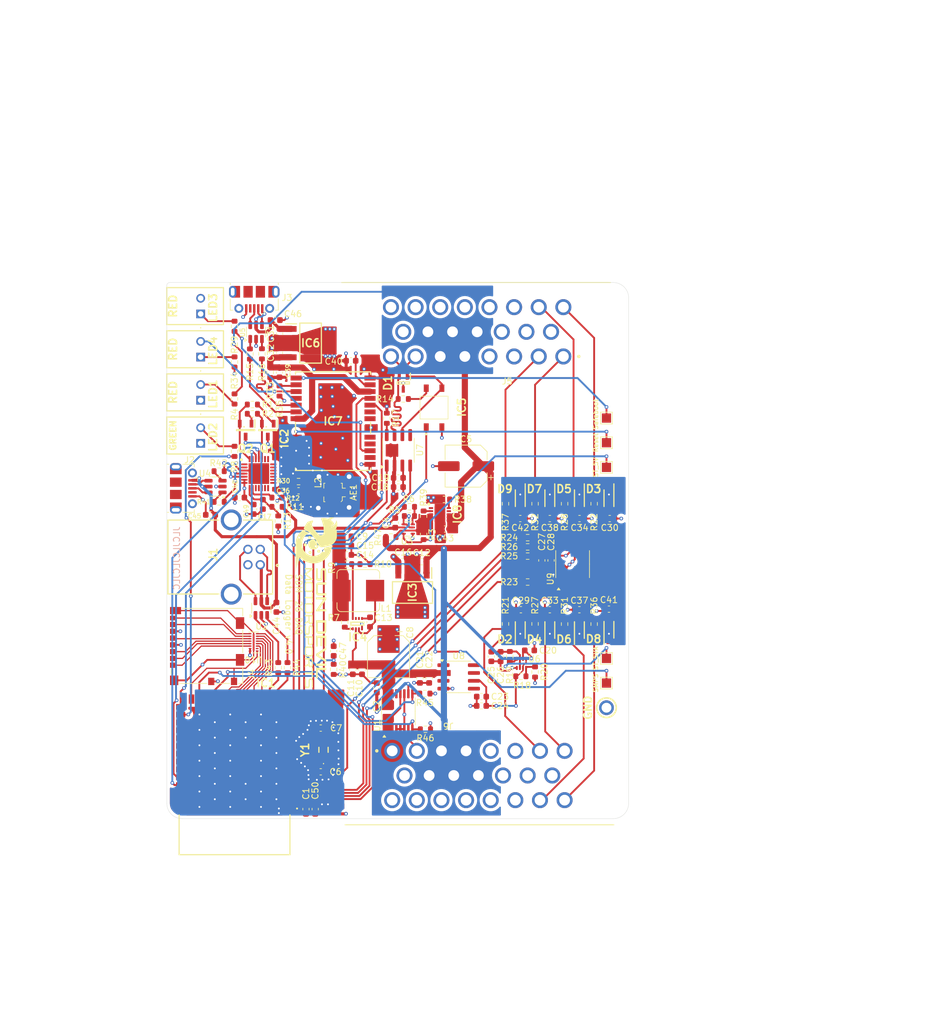
<source format=kicad_pcb>
(kicad_pcb (version 20241229) (generator "pcbnew") (generator_version "9.0")
  (layers (0 "F.Cu" signal) (4 "In1.Cu" signal) (6 "In2.Cu" signal) (2 "B.Cu" signal) (13 "F.Paste" user) (15 "B.Paste" user) (5 "F.SilkS" user "F.Silkscreen") (7 "B.SilkS" user "B.Silkscreen") (1 "F.Mask" user) (3 "B.Mask" user) (25 "Edge.Cuts" user))
  (net 0 "")
  (net 1 "GND")
  (net 2 "+3.3V")
  (net 3 "VCC")
  (net 4 "/BTSB")
  (net 5 "/SMPS_SW")
  (net 6 "/5V_SMPS_OUT")
  (net 7 "/ILIM")
  (net 8 "VBUS")
  (net 9 "+5V")
  (net 10 "/BIAS_T")
  (net 11 "Net-(IC2-VBUS)")
  (net 12 "+5VA")
  (net 13 "/CAN-")
  (net 14 "/CAN+")
  (net 15 "/AIN0")
  (net 16 "/AIN1")
  (net 17 "/AIN2")
  (net 18 "/AIN3")
  (net 19 "/AIN4")
  (net 20 "/AIN5")
  (net 21 "/AIN6")
  (net 22 "/AIN7")
  (net 23 "/I2C1_SCL")
  (net 24 "/CAN_TERM")
  (net 25 "/USER_LED")
  (net 26 "/CAN_CTX")
  (net 27 "/CAN_RTX")
  (net 28 "/SD_CD")
  (net 29 "/I2C1_SDA")
  (net 30 "/UART1_D-")
  (net 31 "/UART1_D+")
  (net 32 "/ADC_CLK")
  (net 33 "/ADC_CS")
  (net 34 "/ADC_DOUT")
  (net 35 "Net-(U6-MODE)")
  (net 36 "/RF_UFL")
  (net 37 "/ADC_DIN")
  (net 42 "/GPS_D-")
  (net 43 "Net-(IC2-RTS)")
  (net 44 "/Safeboot")
  (net 45 "/D_SEL")
  (net 46 "/GPS_D+")
  (net 51 "/VCC_RF")
  (net 59 "/PG")
  (net 60 "/SMPS_FB")
  (net 63 "/PROG_D-")
  (net 64 "Net-(IC2-DTR)")
  (net 67 "/PPS_LED")
  (net 68 "/RTK_STAT")
  (net 69 "/PROG_D+")
  (net 70 "Net-(IC5-Pad6)")
  (net 74 "Net-(LED4-K)")
  (net 77 "/XTAL_32K_P")
  (net 78 "/SD_DAT3")
  (net 79 "/RSTB")
  (net 81 "/USBB_D+")
  (net 82 "/USBB_D-")
  (net 84 "/USBM_D-")
  (net 87 "/USBM_D+")
  (net 94 "+BATT")
  (net 102 "/USBM2_D+")
  (net 103 "/USBM2_D-")
  (net 110 "Net-(J4-DAT2)")
  (net 111 "/UART2_TX")
  (net 112 "/PWR_LED")
  (net 113 "/USR_LED_RSTR")
  (net 114 "Net-(J4-CLK)")
  (net 115 "Net-(Q2-B)")
  (net 116 "Net-(J4-DAT0)")
  (net 117 "/PR1")
  (net 118 "/ST")
  (net 119 "Net-(J4-DAT1)")
  (net 120 "Net-(J4-CMD)")
  (net 121 "Net-(J4-DAT3{slash}CD)")
  (net 129 "/UART2_RX")
  (net 130 "/CHIP_PU")
  (net 131 "/U0TXD")
  (net 132 "/SD_CLK")
  (net 133 "/GPIO0")
  (net 134 "/SD_DAT2")
  (net 135 "/XTAL_32K_N")
  (net 136 "/SD_DAT1")
  (net 137 "/U0RXD")
  (net 138 "/SD_DAT0")
  (net 140 "/GNSS_VUSB")
  (net 143 "/SD_CMD")
  (net 151 "Net-(LED3-K)")
  (net 152 "Net-(Q1-B)")
  (net 153 "Net-(R15-Pad1)")
  (net 154 "Net-(R16-Pad2)")
  (net 155 "Net-(U7-Rs)")
  (net 156 "Net-(U6-PR1)")
  (net 157 "Net-(U6-ST)")
  (net 158 "Net-(U9-~{CS})")
  (net 159 "Net-(U9-DIN)")
  (net 160 "Net-(U9-SCLK)")
  (net 161 "Net-(U9-DOUT)")
  (net 169 "/AIN3_EXT")
  (net 170 "/AIN1_EXT")
  (net 171 "/AIN0_EXT")
  (net 172 "/AIN2_EXT")
  (net 173 "/AIN5_EXT")
  (net 174 "/AIN7_EXT")
  (net 175 "/AIN4_EXT")
  (net 176 "/AIN6_EXT")
  (net 181 "Net-(R41-Pad1)")
  (net 182 "/GNSS_USB_PWR")
  (net 184 "Net-(IC7-RESET_N)")
  (net 185 "Net-(IC8-EN{slash}UVLO)")
  (net 187 "/EFUSE IN")
  (net 189 "Net-(R42-Pad2)")
  (net 190 "Net-(R43-Pad1)")
  (net 191 "Net-(R44-Pad2)")
  (footprint "Capacitor_SMD:C_0603_1608Metric" (layer "F.Cu") (at 127.1 103.2 180)
    (property "Reference" "C18")
    (property "Value" "100nF")
  )
  (footprint "Capacitor_SMD:C_0603_1608Metric" (layer "F.Cu") (at 123.6 135.775 90)
    (property "Reference" "C2")
    (property "Value" "100nF")
  )
  (footprint "SDM_MiscFootprint:SOT-5X3" (layer "F.Cu") (at 145.6 131.82 90)
    (property "Reference" "U6")
    (property "Value" "TPS2116")
  )
  (footprint "Resistor_SMD:R_0603_1608Metric" (layer "F.Cu") (at 110.9 102.3 180)
    (property "Reference" "R30")
    (property "Value" "10")
  )
  (footprint "Resistor_SMD:R_0603_1608Metric" (layer "F.Cu") (at 100.5 88.9 -90)
    (property "Reference" "R4")
    (property "Value" "220")
  )
  (footprint "Inductor_SMD:L_Bourns_SRP7028A_7.3x6.6mm" (layer "F.Cu") (at 120.6 120)
    (property "Reference" "L1")
    (property "Value" "4.7uH")
  )
  (footprint "TestPoint:TestPoint_Pad_1.5x1.5mm" (layer "F.Cu") (at 160.9 131 -90)
    (property "Reference" "TP4")
    (property "Value" "ST_5VA")
  )
  (footprint "Resistor_SMD:R_0603_1608Metric" (layer "F.Cu") (at 147 133.9)
    (property "Reference" "R18")
    (property "Value" "10k")
  )
  (footprint "Capacitor_SMD:C_0603_1608Metric" (layer "F.Cu") (at 156.5 123.1 180)
    (property "Reference" "C37")
    (property "Value" "33nF")
  )
  (footprint "Resistor_SMD:R_0603_1608Metric" (layer "F.Cu") (at 148.1 111.4 180)
    (property "Reference" "R24")
    (property "Value" "100")
  )
  (footprint "Connector_USB:USB_Micro-B_Molex-105017-0001" (layer "F.Cu") (at 92.2 103.4 -90)
    (property "Reference" "J2")
    (property "Value" "ESP_USB")
  )
  (footprint "Resistor_SMD:R_0603_1608Metric" (layer "F.Cu") (at 98 100.62 180)
    (property "Reference" "R42")
    (property "Value" "27")
  )
  (footprint "Capacitor_SMD:C_0603_1608Metric" (layer "F.Cu") (at 127.825 115.3 180)
    (property "Reference" "C16")
    (property "Value" "10uF")
  )
  (footprint "TestPoint:TestPoint_Pad_1.5x1.5mm" (layer "F.Cu") (at 160.9 92 -90)
    (property "Reference" "TP6")
    (property "Value" "Safeboot")
  )
  (footprint "Connector_Card:microSD_HC_Molex_104031-0811" (layer "F.Cu") (at 96.02 128.995 90)
    (property "Reference" "J4")
    (property "Value" "Molex_1040310811" (hide yes))
  )
  (footprint "Resistor_SMD:R_0603_1608Metric" (layer "F.Cu") (at 127.9 88.9 180)
    (property "Reference" "R14")
    (property "Value" "120")
  )
  (footprint "Package_TO_SOT_SMD:SOT-23-6" (layer "F.Cu") (at 104 78.0375 90)
    (property "Reference" "U5")
    (property "Value" "USBLC6-2SC6")
  )
  (footprint "Resistor_SMD:R_0603_1608Metric" (layer "F.Cu") (at 103.4 91.3)
    (property "Reference" "R2")
    (property "Value" "10k")
  )
  (footprint "SDM_MiscFootprint:QFN50P500X500X80-29N-D" (layer "F.Cu") (at 104.45 101.01)
    (property "Reference" "IC2")
    (property "Value" "CP2102N-A02-GQFN28" (hide yes))
  )
  (footprint "SDM_MiscFootprint:67068-7041" (layer "F.Cu") (at 99.9675 114.55 -90)
    (property "Reference" "J1")
    (property "Value" "UART_USB" (hide yes))
  )
  (footprint "SDM_MiscFootprint:NEOF9P15B" (layer "F.Cu") (at 116.5 92.5 180)
    (property "Reference" "IC7")
    (property "Value" "NEO-F9P-15B" (hide yes))
  )
  (footprint "SDM_MiscFootprint:SOTFL50P160X60-8N" (layer "F.Cu") (at 120.45 125.362 90)
    (property "Reference" "IC4")
    (property "Value" "TPS563211DRLR" (hide yes))
  )
  (footprint "Resistor_SMD:R_0603_1608Metric" (layer "F.Cu") (at 107.6 132.5 -90)
    (property "Reference" "R43")
    (property "Value" "27")
  )
  (footprint "Resistor_SMD:R_0603_1608Metric" (layer "F.Cu") (at 154.1 105.9 -90)
    (property "Reference" "R28")
    (property "Value" "100")
  )
  (footprint "SDM_MiscFootprint:SSFLXH100LID01" (layer "F.Cu") (at 95 75.1 -90)
    (property "Reference" "LED3")
    (property "Value" "RED")
  )
  (footprint "Capacitor_SMD:CP_Elec_6.3x5.9" (layer "F.Cu") (at 138.1 99.8 180)
    (property "Reference" "C5")
    (property "Value" "100uF")
  )
  (footprint "Package_SO:TSSOP-16_4.4x5mm_P0.65mm" (layer "F.Cu") (at 127.1 139.6 90)
    (property "Reference" "U1")
    (property "Value" "INA260")
  )
  (footprint "Resistor_SMD:R_0603_1608Metric" (layer "F.Cu") (at 107.6 108.7 -90)
    (property "Reference" "R13")
    (property "Value" "47.5K")
  )
  (footprint "Capacitor_SMD:C_0603_1608Metric" (layer "F.Cu") (at 119.7 132.8 90)
    (property "Reference" "C11")
    (property "Value" "1uF")
  )
  (footprint "Resistor_SMD:R_0603_1608Metric" (layer "F.Cu") (at 134.6 105.2)
    (property "Reference" "R38")
    (property "Value" "60.4k")
  )
  (footprint "SDM_MiscFootprint:ESP32S3WROOM1N8R8" (layer "F.Cu") (at 100.5 150.1 180)
    (property "Reference" "IC1")
    (property "Value" "ESP32-S3-WROOM-1-N8R8" (hide yes))
  )
  (footprint "Resistor_SMD:R_0603_1608Metric" (layer "F.Cu") (at 144.5 105.9 -90)
    (property "Reference" "R37")
    (property "Value" "100")
  )
  (footprint "Resistor_SMD:R_0603_1608Metric" (layer "F.Cu") (at 148.1 118.6)
    (property "Reference" "R23")
    (property "Value" "100")
  )
  (footprint "SDM_MiscFootprint:SOD3716X135N" (layer "F.Cu") (at 151.7 105 -90)
    (property "Reference" "D7")
    (property "Value" "MBR0540T1G" (hide yes))
  )
  (footprint "Package_SO:SOIC-8_3.9x4.9mm_P1.27mm" (layer "F.Cu") (at 136.9 134)
    (property "Reference" "U8")
    (property "Value" "ADR425BRZ")
  )
  (footprint "Capacitor_SMD:C_0603_1608Metric" (layer "F.Cu") (at 121.2 132.8 90)
    (property "Reference" "C10")
    (property "Value" "22uF")
  )
  (footprint "Capacitor_SMD:C_0603_1608Metric" (layer "F.Cu") (at 146.9 108.3)
    (property "Reference" "C42")
    (property "Value" "33nF")
  )
  (footprint "Resistor_SMD:R_0603_1608Metric" (layer "F.Cu") (at 116.6 132.775 90)
    (property "Reference" "R40")
    (property "Value" "10k")
  )
  (footprint "Capacitor_SMD:C_0603_1608Metric" (layer "F.Cu") (at 101.325 104.9 180)
    (property "Reference" "C48")
    (property "Value" "4.7uF")
  )
  (footprint "Resistor_SMD:R_0603_1608Metric" (layer "F.Cu") (at 103 81.6 -90)
    (property "Reference" "R15")
    (property "Value" "27")
  )
  (footprint "Resistor_SMD:R_0603_1608Metric" (layer "F.Cu") (at 103.4 89.8 180)
    (property "Reference" "R1")
    (property "Value" "10k")
  )
  (footprint "Capacitor_SMD:C_0603_1608Metric" (layer "F.Cu") (at 143.7 130.7 -90)
    (property "Reference" "C26")
    (property "Value" "100nF")
  )
  (footprint "Capacitor_SMD:C_0603_1608Metric" (layer "F.Cu") (at 107.1 76.1 180)
    (property "Reference" "C46")
    (property "Value" "1uF")
  )
  (footprint "LOGO" (layer "F.Cu") (at 113.8 122 -90)
    (property "Reference" "G***" (hide yes))
    (property "Value" "LOGO" (hide yes))
  )
  (footprint "TestPoint:TestPoint_Pad_1.5x1.5mm" (layer "F.Cu") (at 160.9 135 -90)
    (property "Reference" "TP2" (hide yes))
    (property "Value" "SMPS")
  )
  (footprint "Capacitor_SMD:C_0603_1608Metric" (layer "F.Cu") (at 107.3 122.7 90)
    (property "Reference" "C44")
    (property "Value" "1uF")
  )
  (footprint "SDM_MiscFootprint:SOT230P700X180-4N" (layer "F.Cu") (at 129.4 120.3 -90)
    (property "Reference" "IC3")
    (property "Value" "MIC37100-3.3WS" (hide yes))
  )
  (footprint "Capacitor_SMD:C_0603_1608Metric" (layer "F.Cu") (at 148.4 129.7)
    (property "Reference" "C20")
    (property "Value" "1uF")
  )
  (footprint "Resistor_SMD:R_0603_1608Metric" (layer "F.Cu") (at 149.3 133.2 -90)
    (property "Reference" "R20")
    (property "Value" "10k")
  )
  (footprint "SDM_MiscFootprint:SON50P300X300X100-11L-D" (layer "F.Cu") (at 133.85 107.6)
    (property "Reference" "IC8")
    (property "Value" "TPS259250DRCR" (hide yes))
  )
  (footprint "Capacitor_SMD:C_0603_1608Metric" (layer "F.Cu") (at 103.6 106.8 90)
    (property "Reference" "C49")
    (property "Value" "100uF")
  )
  (footprint "SDM_MiscFootprint:SSFLXH100LID01" (layer "F.Cu") (at 95 82.1 -90)
    (property "Reference" "LED4")
    (property "Value" "RED")
  )
  (footprint "Capacitor_SMD:C_0603_1608Metric" (layer "F.Cu") (at 118.7 114.2)
    (property "Reference" "C14")
    (property "Value" "22uF")
  )
  (footprint "Resistor_SMD:R_0603_1608Metric" (layer "F.Cu") (at 118.7 115.7)
    (property "Reference" "R9")
    (property "Value" "82k")
  )
  (footprint "Capacitor_SMD:C_0603_1608Metric" (layer "F.Cu") (at 126.6 109 -90)
    (property "Reference" "C4")
    (property "Value" "1uF")
  )
  (footprint "Resistor_SMD:R_0603_1608Metric" (layer "F.Cu") (at 149.3 125.4 90)
    (property "Reference" "R27")
    (property "Value" "100")
  )
  (footprint "Capacitor_SMD:C_0603_1608Metric" (layer "F.Cu") (at 114.5 142.3 180)
    (property "Reference" "C7")
    (property "Value" "15pF")
  )
  (footprint "Resistor_SMD:R_0603_1608Metric" (layer "F.Cu") (at 100.5 97.4 90)
    (property "Reference" "R8")
    (property "Value" "220")
  )
  (footprint "Capacitor_SMD:C_0603_1608Metric" (layer "F.Cu") (at 134.7 110 180)
    (property "Reference" "C43")
    (property "Value" "1uF")
  )
  (footprint "Capacitor_SMD:C_0603_1608Metric" (layer "F.Cu") (at 113.6 155.45 -90)
    (property "Reference" "C50")
    (property "Value" "10uF")
  )
  (footprint "Capacitor_SMD:C_0603_1608Metric" (layer "F.Cu") (at 96.6 107.7)
    (property "Reference" "C45")
    (property "Value" "1uF")
  )
  (footprint "Package_TO_SOT_SMD:SOT-583-8" (layer "F.Cu") (at 128.7 110 180)
    (property "Reference" "U3")
    (property "Value" "TPS2116DRL")
  )
  (footprint "SDM_MiscFootprint:SOD3716X135N" (layer "F.Cu") (at 146.9 126.4 90)
    (property "Reference" "D2")
    (property "Value" "MBR0540T1G" (hide yes))
  )
  (footprint "Resistor_SMD:R_0603_1608Metric" (layer "F.Cu") (at 148.1 112.9)
    (property "Reference" "R26")
    (property "Value" "100")
  )
  (footprint "Capacitor_SMD:C_0603_1608Metric" (layer "F.Cu") (at 107.820818 78.30028 90)
    (property "Reference" "C31")
    (property "Value" "10uF")
  )
  (footprint "TestPoint:TestPoint_Pad_1.5x1.5mm" (layer "F.Cu") (at 160.9 100 -90)
    (property "Reference" "TP1")
    (property "Value" "ST_5V")
  )
  (footprint "Capacitor_SMD:C_0603_1608Metric" (layer "F.Cu") (at 132.1 134.2 -90)
    (property "Reference" "C22")
    (property "Value" "100nF")
  )
  (footprint "Capacitor_SMD:C_0603_1608Metric" (layer "F.Cu") (at 140.6 138.7 180)
    (property "Reference" "C24")
    (property "Value" "1uF")
  )
  (footprint "Capacitor_SMD:C_0603_1608Metric" (layer "F.Cu") (at 147 123.1 180)
    (property "Reference" "C29")
    (property "Value" "33nF")
  )
  (footprint "Resistor_SMD:R_0603_1608Metric" (layer "F.Cu") (at 125.9 111.3)
    (property "Reference" "R47")
    (property "Value" "0")
  )
  (footprint "SDM_MiscFootprint:CONN23_776087_TEC" (layer "F.Cu") (at 153.9 82)
    (property "Reference" "J5")
    (property "Value" "1-776087-4")
  )
  (footprint "Resistor_SMD:R_0603_1608Metric" (layer "F.Cu") (at 154.1 125.425 90)
    (property "Reference" "R31")
    (property "Value" "100")
  )
  (footprint "Capacitor_SMD:C_0603_1608Metric" (layer "F.Cu") (at 119.4 82.7)
    (property "Reference" "C40")
    (property "Value" "1uF")
  )
  (footprint "Package_SO:TSSOP-16_4.4x5mm_P0.65mm" (layer "F.Cu") (at 155.4 115.7 90)
    (property "Reference" "U9")
    (property "Value" "ADC128S102")
  )
  (footprint "Capacitor_SMD:C_0603_1608Metric" (layer "F.Cu") (at 151.7 108.3)
    (property "Reference" "C38")
    (property "Value" "33nF")
  )
  (footprint "Resistor_SMD:R_0603_1608Metric" (layer "F.Cu") (at 128.9 107.9)
    (property "Reference" "R5")
    (property "Value" "10k")
  )
  (footprint "Resistor_SMD:R_0603_1608Metric" (layer "F.Cu") (at 131.5 142.5 180)
    (property "Reference" "R46")
    (property "Value" "10k")
  )
  (footprint "Capacitor_SMD:C_0603_1608Metric" (layer "F.Cu") (at 161.3 123 180)
    (property "Reference" "C41")
    (property "Value" "33nF")
  )
  (footprint "Resistor_SMD:R_0603_1608Metric" (layer "F.Cu") (at 107.4 104.9)
    (property "Reference" "R12")
    (property "Value" "1k")
  )
  (footprint "Resistor_SMD:R_0603_1608Metric" (layer "F.Cu") (at 149.3 105.9 -90)
    (property "Reference" "R32")
    (property "Value" "100")
  )
  (footprint "SDM_MiscFootprint:SOT230P700X180-4N" (layer "F.Cu") (at 112.850818 79.83028)
    (property "Reference" "IC6")
    (property "Value" "MIC37100-3.3WS" (hide yes))
  )
  (footprint "Resistor_SMD:R_0603_1608Metric" (layer "F.Cu") (at 106.3 84.6 90)
    (property "Reference" "R33")
    (property "Value" "100k")
  )
  (footprint "Package_TO_SOT_SMD:SOT-23-6" (layer "F.Cu") (at 104.85 122.8375 90)
    (property "Reference" "U2")
    (property "Value" "USBLC6-2SC6")
  )
  (footprint "Capacitor_SMD:C_0603_1608Metric" (layer "F.Cu") (at 151.9 115.1 -90)
    (property "Reference" "C28")
    (property "Value" "100nF")
  )
  (footprint "Capacitor_SMD:C_0603_1608Metric" (layer "F.Cu") (at 150.4 115.1 -90)
    (property "Reference" "C27")
    (property "Value" "1uF")
  )
  (footprint "SDM_MiscFootprint:SOT96P237X111-3N" (layer "F.Cu") (at 105.9 93.95 -90)
    (property "Reference" "Q1")
    (property "Value" "MMBT2222LT1G" (hide yes))
  )
  (footprint "Resistor_SMD:R_0603_1608Metric" (layer "F.Cu") (at 100.5 82.9 90)
    (property "Reference" "R34")
    (property "Value" "220")
  )
  (footprint "Resistor_SMD:R_0603_1608Metric" (layer "F.Cu") (at 144.5 125.4 90)
    (property "Reference" "R21")
    (property "Value" "100")
  )
  (footprint "Resistor_SMD:R_0603_1608Metric" (layer "F.Cu") (at 98 105.6)
    (property "Reference" "R41")
    (property "Value" "27")
  )
  (footprint "SDM_MiscFootprint:SSFLXH100LID01" (layer "F.Cu") (at 95 96.1 -90)
    (property "Reference" "LED2")
    (property "Value" "GREEN")
  )
  (footprint "Connector_Coaxial:U.FL_Molex_MCRF_73412-0110_Vertical" (layer "F.Cu") (at 116.5 104.075 -90)
    (property "Reference" "AE1")
    (property "Value" "UFL")
  )
  (footprint "SDM_MiscFootprint:UQFN-17-3.5x1.2mm_copy" (layer "F.Cu") (at 103.6 128.4 180)
    (property "Reference" "U10")
    (property "Value" "EMIF06-MSD02N16")
  )
  (footprint "Package_TO_SOT_SMD:SOT-23-6" (layer "F.Cu") (at 97.41 103.11 180)
    (property "Reference" "U4")
    (property "Value" "USBLC6-2SC6")
  )
  (footprint "SDM_MiscFootprint:SOD3716X135N" (layer "F.Cu") (at 151.7 126.4 90)
    (property "Reference" "D4")
    (property "Value" "MBR0540T1G" (hide yes))
  )
  (footprint "Resistor_SMD:R_0603_1608Metric" (layer "F.Cu") (at 100.5 77.1 -90)
    (property "Reference" "R29")
    (property "Value" "220")
  )
  (footprint "Resistor_SMD:R_0603_1608Metric" (layer "F.Cu") (at 104.95 81.575 90)
    (property "Reference" "R16")
    (property "Value" "27")
  )
  (footprint "Resistor_SMD:R_0603_1608Metric" (layer "F.Cu") (at 148.1 114.4)
    (property "Reference" "R25")
    (property "Value" "100")
  )
  (footprint "SDM_MiscFootprint:SOD3716X135N" (layer "F.Cu") (at 161.3 126.35 90)
    (property "Reference" "D8")
    (property "Value" "MBR0540T1G" (hide yes))
  )
  (footprint "Capacitor_SMD:C_0603_1608Metric" (layer "F.Cu") (at 151.7 123.1 180)
    (property "Reference" "C33")
    (property "Value" "33nF")
  )
  (footprint "Connector_USB:USB_Micro-B_Molex-105017-0001" (layer "F.Cu") (at 103.7 72.7375 180)
    (property "Reference" "J3")
    (property "Value" "GNSS_Debug")
  )
  (footprint "SDM_MiscFootprint:SOD3716X135N" (layer "F.Cu") (at 146.9 105 -90)
    (property "Reference" "D9")
    (property "Value" "MBR0540T1G" (hide yes))
  )
  (footprint "SDM_MiscFootprint:SOD3716X135N" (layer "F.Cu") (at 156.5 126.4 90)
    (property "Reference" "D6")
    (property "Value" "MBR0540T1G" (hide yes))
  )
  (footprint "SDM_MiscFootprint:SOD3716X135N" (layer "F.Cu") (at 161.3 105 -90)
    (property "Reference" "D3")
    (property "Value" "MBR0540T1G" (hide yes))
  )
  (footprint "Capacitor_SMD:C_0603_1608Metric" (layer "F.Cu") (at 107.8 84.6 -90)
    (property "Reference" "C39")
    (property "Value" "1uF")
  )
  (footprint "Resistor_SMD:R_0603_1608Metric" (layer "F.Cu") (at 121.7 115.7)
    (property "Reference" "R10")
    (property "Value" "11k")
  )
  (footprint "Capacitor_SMD:C_0603_1608Metric" (layer "F.Cu") (at 107.8 81.4 90)
    (property "Reference" "C32")
    (property "Value" "10uF")
  )
  (footprint "Package_SO:SOIC-8_3.9x4.9mm_P1.27mm" (layer "F.Cu") (at 127.1195 97.2325 90)
    (property "Reference" "U7")
    (property "Value" "SN65HVD230")
  )
  (footprint "Resistor_SMD:R_0603_1608Metric" (layer "F.Cu") (at 158.9 105.9 -90)
    (property "Reference" "R22")
    (property "Value" "100")
  )
  (footprint "Capacitor_SMD:C_0603_1608Metric" (layer "F.Cu") (at 112.1 155.45 -90)
    (property "Reference" "C1")
    (property "Value" "100nF")
  )
  (footprint "Resistor_SMD:R_0603_1608Metric" (layer "F.Cu") (at 131.2 110.9 -90)
    (property "Reference" "R3")
    (property "Value" "10k")
  )
  (footprint "SDM_MiscFootprint:SOT96P237X111-3N" (layer "F.Cu") (at 102.3 93.95 -90)
    (property "Reference" "Q2")
    (property "Value" "MMBT2222LT1G" (hide yes))
  )
  (footprint "Resistor_SMD:R_0603_1608Metric" (layer "F.Cu") (at 125.2245 92.0225 -90)
    (property "Reference" "R17")
    (property "Value" "10k")
  )
  (footprint "Inductor_SMD:L_0402_1005Metric" (layer "F.Cu") (at 112.9 102.5 -90)
    (property "Reference" "L2")
    (property "Value" "27nH")
  )
  (footprint "Capacitor_SMD:C_0603_1608Metric" (layer "F.Cu") (at 105.1 106 -90)
    (property "Reference" "C17")
    (property "Value" "1uF")
  )
  (footprint "SDM_MiscFootprint:SOT65P210X110-3N" (layer "F.Cu") (at 127.9 86.3 -90)
    (property "Reference" "D1")
    (property "Value" "ESDCAN03-2BWY" (hide yes))
  )
  (footprint "Resistor_SMD:R_0603_1608Metric" (layer "F.Cu") (at 109.1 132.5 90)
    (property "Reference" "R44")
    (property "Value" "27")
  )
  (footprint "Capacitor_SMD:C_0603_1608Metric" (layer "F.Cu") (at 114.5 149.4 180)
    (property "Reference" "C6")
    (property "Value" "15pF")
  )
  (footprint "Resistor_SMD:R_0603_1608Metric" (layer "F.Cu") (at 158.9 125.425 90)
    (property "Reference" "R36")
    (property "Value" "100")
  )
  (footprint "Capacitor_SMD:C_0603_1608Metric" (layer "F.Cu") (at 116.6 129.8 90)
    (property "Reference" "C47")
    (property "Value" "1uF")
  )
  (footprint "Resistor_SMD:R_0603_1608Metric" (layer "F.Cu") (at 131.4 136.7)
    (property "Reference" "R45")
    (property "Value" "10k")
  )
  (footprint "SDM_MiscFootprint:5006" (layer "F.Cu") (at 160.9 139 90)
    (property "Reference" "BLACK_TP1" (hide yes))
    (property "Value" "5006" (hide yes))
  )
  (footprint "Capacitor_SMD:C_0603_1608Metric" (layer "F.Cu") (at 130.6 134.2 -90)
    (property "Reference" "C21")
    (property "Value" "10uF")
  )
  (footprint "TestPoint:TestPoint_Pad_1.5x1.5mm" (layer "F.Cu") (at 160.9 96 -90)
    (property "Reference" "TP5")
    (property "Value" "Reset")
  )
  (footprint "Capacitor_SMD:C_0603_1608Metric" (layer "F.Cu") (at 122.5 125.1 -90)
    (property "Reference" "C13")
    (property "Value" "100nF")
  )
  (footprint "Resistor_SMD:R_0603_1608Metric" (layer "F.Cu") (at 118.4 125.1 90)
    (property "Reference" "R7")
    (property "Value" "10k")
  )
  (footprint "Resistor_SMD:R_0603_1608Metric" (layer "F.Cu") (at 107.4 106.4)
    (property "Reference" "R11")
    (property "Value" "22.1K")
  )
  (footprint "Resistor_SMD:R_0603_1608Metric" (layer "F.Cu") (at 131.2 107.9 -90)
    (property "Reference" "R39")
    (property "Value" "1M")
  )
  (footprint "SDM_MiscFootprint:ECX327CDX2096" (layer "F.Cu") (at 114.95 145.83 90)
    (property "Reference" "Y1")
    (property "Value" "ECX-.327-CDX-2096" (hide yes))
  )
  (footprint "Capacitor_SMD:CP_Elec_6.3x5.9" (layer "F.Cu") (at 125.5 130.7 -90)
    (property "Reference" "C8")
    (property "Value" "47uF")
  )
  (footprint "Capacitor_SMD:C_0603_1608Metric" (layer "F.Cu") (at 118.7 111.2 180)
    (property "Reference" "C9")
    (property "Value" "1uF")
  )
  (footprint "Capacitor_SMD:C_0603_1608Metric" (layer "F.Cu") (at 140.6 137.2 180)
    (property "Reference" "C23")
    (property "Value" "100nF")
  )
  (footprint "Capacitor_SMD:C_0603_1608Metric" (layer "F.Cu") (at 118.7 112.7)
    (property "Reference" "C15")
    (property "Value" "22uF")
  )
  (footprint "SDM_MiscFootprint:CONN23_776087_TEC" (layer "F.Cu") (at 126.1 146 180)
    (property "Reference" "J6")
    (property "Value" "1-776087-4")
  )
  (footprint "Resistor_SMD:R_0603_1608Metric" (layer "F.Cu") (at 107.8 87.6 -90)
    (property "Reference" "R35")
    (property "Value" "10k")
  )
  (footprint "Capacitor_SMD:C_0603_1608Metric" (layer "F.Cu") (at 127.1 101.7 180)
    (property "Reference" "C19")
    (property "Value" "100nF")
  )
  (footprint "Capacitor_SMD:C_0603_1608Metric" (layer "F.Cu") (at 156.525 108.3)
    (property "Reference" "C34")
    (property "Value" "33nF")
  )
  (footprint "Resistor_SMD:R_0603_1608Metric" (layer "F.Cu") (at 128.9 106.4 180)
    (property "Reference" "R6")
    (property "Value" "10k")
  )
  (footprint "SDM_MiscFootprint:SSFLXH100LID01" (layer "F.Cu") (at 95 89.1 -90)
    (property "Reference" "LED1")
    (property "Value" "RED")
  )
  (footprint "Capacitor_SMD:C_0603_1608Metric" (layer "F.Cu") (at 130.9 115.3)
    (property "Reference" "C12")
    (property "Value" "10uF")
  )
  (footprint "SDM_MiscFootprint:TLP266J" (layer "F.Cu") (at 132.9 90.25 90)
    (property "Reference" "IC5")
    (property "Value" "TLP175A_TPL,E" (hide yes))
  )
  (footprint "Capacitor_SMD:C_0603_1608Metric" (layer "F.Cu") (at 161.425 108.3)
    (property "Reference" "C30")
    (property "Value" "33nF")
  )
  (footprint "Capacitor_SMD:C_0603_1608Metric" (layer "F.Cu") (at 142.2 130.7 -90)
    (property "Reference" "C25")
    (property "Value" "1uF")
  )
  (footprint "Resistor_SMD:R_0603_1608Metric" (layer "F.Cu") (at 145.2 130.7 90)
    (property "Reference" "R19")
    (property "Value" "10k")
  )
  (footprint "Capacitor_SMD:C_0603_1608Metric" (layer "F.Cu") (at 110.9 103.8 180)
    (property "Reference" "C36")
    (property "Value" "100nF")
  )
  (footprint "SDM_MiscFootprint:SOD3716X135N" (layer "F.Cu") (at 156.5 105 -90)
    (property "Reference" "D5")
    (property "Value" "MBR0540T1G" (hide yes))
  )
  (gr_arc (start 89.5 70.5) (mid 89.646447 70.146447) (end 90 70) (stroke (width 0.05)) (layer "Edge.Cuts"))
  (gr_line (start 90 70) (end 162 70) (stroke (width 0.05)) (layer "Edge.Cuts"))
  (gr_line (start 89.5 154.5) (end 89.5 70.5) (stroke (width 0.05)) (layer "Edge.Cuts"))
  (gr_arc (start 162 70) (mid 163.767767 70.732233) (end 164.5 72.5) (stroke (width 0.05)) (layer "Edge.Cuts"))
  (gr_line (start 164.5 72.5) (end 164.5 154.5) (stroke (width 0.05)) (layer "Edge.Cuts"))
  (gr_arc (start 92 157) (mid 90.232233 156.267767) (end 89.5 154.5) (stroke (width 0.05)) (layer "Edge.Cuts"))
  (gr_arc (start 164.5 154.5) (mid 163.767767 156.267767) (end 162 157) (stroke (width 0.05)) (layer "Edge.Cuts"))
  (gr_line (start 162 157) (end 92 157) (stroke (width 0.05)) (layer "Edge.Cuts"))
  (gr_text "SDM-26 DAQ\nData Logger v4.0" (at 108.7 117.2 270) (layer "F.SilkS") (effects (font (size 1 1)) (justify left bottom)))
  (gr_text "JLCJLCJLCJLC" (at 91.7 109.5 -270) (layer "B.SilkS") (effects (font (size 1 1)) (justify left bottom mirror)))
  (segment (start 119.475 114.2) (end 120.6 114.2) (width 0.3) (layer "F.Cu") (net 1))
  (segment (start 145.1 133) (end 145.6 132.5) (width 0.3) (layer "F.Cu") (net 1))
  (segment (start 126.6 108.225) (end 126.6 107.875) (width 0.3) (layer "F.Cu") (net 1))
  (segment (start 139.825 137.2) (end 139.825 138.7) (width 0.3) (layer "F.Cu") (net 1))
  (segment (start 154.425 116.25) (end 154.425 118.5625) (width 0.3) (layer "F.Cu") (net 1))
  (segment (start 107.875 76.1) (end 108.6 76.1) (width 0.3) (layer "F.Cu") (net 1))
  (segment (start 95.3 132) (end 96.065 131.235) (width 0.3) (layer "F.Cu") (net 1))
  (segment (start 158.5 108.3) (end 157.3 108.3) (width 0.3) (layer "F.Cu") (net 1))
  (segment (start 110.125 103.8) (end 110.125 104.775) (width 0.3) (layer "F.Cu") (net 1))
  (segment (start 146.225 121.925) (end 146.2 121.9) (width 0.3) (layer "F.Cu") (net 1))
  (segment (start 132.7 99.8) (end 135.3 99.8) (width 0.3) (layer "F.Cu") (net 1))
  (segment (start 128.075 143.475) (end 130.1 145.5) (width 0.3) (layer "F.Cu") (net 1))
  (segment (start 90.695 134.56) (end 92.74 134.56) (width 0.3) (layer "F.Cu") (net 1))
  (segment (start 119.475 112.7) (end 119.475 111.2) (width 0.3) (layer "F.Cu") (net 1))
  (segment (start 123.6 135) (end 122.625 135) (width 0.3) (layer "F.Cu") (net 1))
  (segment (start 134.425 135.905) (end 135.895 135.905) (width 0.3) (layer "F.Cu") (net 1))
  (segment (start 128.075 142.4625) (end 128.075 143.475) (width 0.3) (layer "F.Cu") (net 1))
  (segment (start 105.1 106.775) (end 105.175 106.775) (width 0.3) (layer "F.Cu") (net 1))
  (segment (start 107.6 109.525) (end 107.6 110.5) (width 0.3) (layer "F.Cu") (net 1))
  (segment (start 110.5 99.5) (end 110.5 100.3) (width 0.3) (layer "F.Cu") (net 1))
  (segment (start 130.6 134.975) (end 129.675662 134.975) (width 0.3) (layer "F.Cu") (net 1))
  (segment (start 121.1 99.5) (end 122.3 99.5) (width 0.3) (layer "F.Cu") (net 1))
  (segment (start 90.57 126.6) (end 91.7 126.6) (width 0.3) (layer "F.Cu") (net 1))
  (segment (start 92.74 134.56) (end 95.3 132) (width 0.3) (layer "F.Cu") (net 1))
  (segment (start 142.2 131.475) (end 143.7 131.475) (width 0.3) (layer "F.Cu") (net 1))
  (segment (start 104.85 124.637499) (end 104.85 123.975) (width 0.3) (layer "F.Cu") (net 1))
  (segment (start 126.325 99.867) (end 126.4845 99.7075) (width 0.3) (layer "F.Cu") (net 1))
  (segment (start 96.72 134.735) (end 97.765 134.735) (width 0.3) (layer "F.Cu") (net 1))
  (segment (start 146.225 123.1) (end 146.225 121.925) (width 0.3) (layer "F.Cu") (net 1))
  (segment (start 93.6625 104.7) (end 94.8 104.7) (width 0.3) (layer "F.Cu") (net 1))
  (segment (start 146.34 132.54) (end 145.64 132.54) (width 0.3) (layer "F.Cu") (net 1))
  (segment (start 107.820818 79.07528) (end 108.945818 79.07528) (width 0.5) (layer "F.Cu") (net 1))
  (segment (start 107.810818 80.59528) (end 107.810818 79.08528) (width 0.5) (layer "F.Cu") (net 1))
  (segment (start 100.55 104.9) (end 100.55 105.75) (width 0.3) (layer "F.Cu") (net 1))
  (segment (start 154.8875 115.7875) (end 154.425 116.25) (width 0.3) (layer "F.Cu") (net 1))
  (segment (start 98.5475 103.11) (end 97.51 103.11) (width 0.3) (layer "F.Cu") (net 1))
  (segment (start 109.25 155.36) (end 107.7 155.36) (width 0.5) (layer "F.Cu") (net 1))
  (segment (start 109.700818 79.83028) (end 108.906098 80.625) (width 0.5) (layer "F.Cu") (net 1))
  (segment (start 143.9 133) (end 145.1 133) (width 0.3) (layer "F.Cu") (net 1))
  (segment (start 134.1 100) (end 134.2 99.9) (width 0.3) (layer "F.Cu") (net 1))
  (segment (start 114.7 154.675) (end 113.4 154.675) (width 0.3) (layer "F.Cu") (net 1))
  (segment (start 129.4 111.5) (end 129.44 111.46) (width 0.3) (layer "F.Cu") (net 1))
  (segment (start 97.765 134.735) (end 97.8 134.7) (width 0.3) (layer "F.Cu") (net 1))
  (segment (start 107.3 123.475) (end 108.375 123.475) (width 0.3) (layer "F.Cu") (net 1))
  (segment (start 103.6 126.852226) (end 102.012774 125.265) (width 0.2) (layer "F.Cu") (net 1))
  (segment (start 129.675662 134.975) (end 129.650331 134.949669) (width 0.3) (layer "F.Cu") (net 1))
  (segment (start 121.2 125.4) (end 121.2 126.2) (width 0.3) (layer "F.Cu") (net 1))
  (segment (start 108.906098 80.625) (end 107.8 80.625) (width 0.5) (layer "F.Cu") (net 1))
  (segment (start 154.05 115.875) (end 154.425 116.25) (width 0.3) (layer "F.Cu") (net 1))
  (segment (start 122.5 100.7) (end 122.5 99.5) (width 0.3) (layer "F.Cu") (net 1))
  (segment (start 155.3875 115.2875) (end 154.8875 115.7875) (width 0.3) (layer "F.Cu") (net 1))
  (segment (start 148.8 108.3) (end 147.675 108.3) (width 0.3) (layer "F.Cu") (net 1))
  (segment (start 108.6 76.1) (end 109 75.7) (width 0.3) (layer "F.Cu") (net 1))
  (segment (start 127.425 142.4625) (end 128.075 142.4625) (width 0.3) (layer "F.Cu") (net 1))
  (segment (start 116.6 129.025) (end 116.6 128.1) (width 0.3) (layer "F.Cu") (net 1))
  (segment (start 121.025 114.2) (end 122.525 115.7) (width 0.3) (layer "F.Cu") (net 1))
  (segment (start 127.9 87.35) (end 127.9 86.3) (width 0.3) (layer "F.Cu") (net 1))
  (segment (start 119.475 112.7) (end 119.475 114.2) (width 0.3) (layer "F.Cu") (net 1))
  (segment (start 145.64 132.54) (end 145.6 132.5) (width 0.3) (layer "F.Cu") (net 1))
  (segment (start 103.6 128.4) (end 103.6 130.749943) (width 0.2) (layer "F.Cu") (net 1))
  (segment (start 96.065 131.235) (end 101.395 131.235) (width 0.3) (layer "F.Cu") (net 1))
  (segment (start 102.1 100.51) (end 101.41 100.51) (width 0.3) (layer "F.Cu") (net 1))
  (segment (start 101.41 100.51) (end 100.75 99.85) (width 0.3) (layer "F.Cu") (net 1))
  (segment (start 120.6 114.2) (end 121.025 114.2) (width 0.3) (layer "F.Cu") (net 1))
  (segment (start 107.7 156.1) (end 108.51 156.1) (width 0.5) (layer "F.Cu") (net 1))
  (segment (start 99.37 123.24) (end 90.92 123.24) (width 0.2) (layer "F.Cu") (net 1))
  (segment (start 129.44 111.46) (end 129.44 110.75) (width 0.3) (layer "F.Cu") (net 1))
  (segment (start 102.525 107.575) (end 102.5 107.6) (width 0.3) (layer "F.Cu") (net 1))
  (segment (start 154.6 123.1) (end 155.725 123.1) (width 0.3) (layer "F.Cu") (net 1))
  (segment (start 155.751 112.8635) (end 155.751 114.924) (width 0.3) (layer "F.Cu") (net 1))
  (segment (start 126.494239 108.225) (end 125.593237 109.126002) (width 0.3) (layer "F.Cu") (net 1))
  (segment (start 135.895 135.905) (end 135.9 135.9) (width 0.3) (layer "F.Cu") (net 1))
  (segment (start 118.6 133.6) (end 119.675 133.6) (width 0.3) (layer "F.Cu") (net 1))
  (segment (start 103.114943 131.235) (end 101.395 131.235) (width 0.2) (layer "F.Cu") (net 1))
  (segment (start 116.525 105.55) (end 118 104.075) (width 0.3) (layer "F.Cu") (net 1))
  (segment (start 150.9 121.9) (end 150.9 123.075) (width 0.3) (layer "F.Cu") (net 1))
  (segment (start 102.1 100.51) (end 103.95 100.51) (width 0.3) (layer "F.Cu") (net 1))
  (segment (start 101.89 75.5975) (end 102.4 75.0875) (width 0.3) (layer "F.Cu") (net 1))
  (segment (start 155.751 114.924) (end 155.3875 115.2875) (width 0.3) (layer "F.Cu") (net 1))
  (segment (start 103.6 130.749943) (end 103.114943 131.235) (width 0.2) (layer "F.Cu") (net 1))
  (segment (start 122.625 135) (end 121.2 133.575) (width 0.3) (layer "F.Cu") (net 1))
  (segment (start 149.3 135) (end 149.3 134.025) (width 0.3) (layer "F.Cu") (net 1))
  (segment (start 95.825 105.725) (end 95.825 107.7) (width 0.3) (layer "F.Cu") (net 1))
  (segment (start 105.612501 125.4) (end 104.85 124.637499) (width 0.3) (layer "F.Cu") (net 1))
  (segment (start 108.945818 79.07528) (end 109.700818 79.83028) (width 0.5) (layer "F.Cu") (net 1))
  (segment (start 126.6 107.875) (end 128.075 106.4) (width 0.3) (layer "F.Cu") (net 1))
  (segment (start 95.35 105.25) (end 95.825 105.725) (width 0.3) (layer "F.Cu") (net 1))
  (segment (start 108.375 123.475) (end 108.4 123.5) (width 0.3) (layer "F.Cu") (net 1))
  (segment (start 103.6 107.575) (end 104.3 107.575) (width 0.3) (layer "F.Cu") (net 1))
  (segment (start 101.395 125.265) (end 99.37 123.24) (width 0.2) (layer "F.Cu") (net 1))
  (segment (start 134.17 95.2) (end 134.17 93.45) (width 0.3) (layer "F.Cu") (net 1))
  (segment (start 97.51 103.11) (end 97.5 103.1) (width 0.3) (layer "F.Cu") (net 1))
  (segment (start 151.9 115.875) (end 154.05 115.875) (width 0.3) (layer "F.Cu") (net 1))
  (segment (start 149.2 128.5) (end 149.2 129.675) (width 0.3) (layer "F.Cu") (net 1))
  (segment (start 125.2245 90.1075) (end 125.2245 91.1975) (width 0.3) (layer "F.Cu") (net 1))
  (segment (start 150.4 115.875) (end 151.9 115.875) (width 0.3) (layer "F.Cu") (net 1))
  (segment (start 128.075 136.7375) (end 128.075 140.1) (width 0.3) (layer "F.Cu") (net 1))
  (segment (start 110.5 100.5) (end 110 101) (width 0.3) (layer "F.Cu") (net 1))
  (segment (start 103.6 128.4) (end 103.6 126.852226) (width 0.2) (layer "F.Cu") (net 1))
  (segment (start 118.6 81.5) (end 118.6 82.675) (width 0.3) (layer "F.Cu") (net 1))
  (segment (start 126.775 142.4625) (end 127.425 142.4625) (width 0.3) (layer "F.Cu") (net 1))
  (segment (start 159.3 123.3) (end 160.225 123.3) (width 0.3) (layer "F.Cu") (net 1))
  (segment (start 114.7 154.675) (end 115.675 154.675) (width 0.3) (layer "F.Cu") (net 1))
  (segment (start 119.7 133.575) (end 121.2 133.575) (width 0.3) (layer "F.Cu") (net 1))
  (segment (start 113.4 154.675) (end 113.375 154.7) (width 0.3) (layer "F.Cu") (net 1))
  (segment (start 163.3 108.3) (end 162.2 108.3) (width 0.3) (layer "F.Cu") (net 1))
  (segment (start 103.6 107.575) (end 102.525 107.575) (width 0.3) (layer "F.Cu") (net 1))
  (segment (start 133.825 107.625) (end 133.85 107.6) (width 0.3) (layer "F.Cu") (net 1))
  (segment (start 102.012774 125.265) (end 101.395 125.265) (width 0.2) (layer "F.Cu") (net 1))
  (segment (start 138.8 138.7) (end 139.825 138.7) (width 0.3) (layer "F.Cu") (net 1))
  (segment (start 126.6 108.225) (end 126.494239 108.225) (width 0.3) (layer "F.Cu") (net 1))
  (segment (start 100.75 99.85) (end 100.75 99.3) (width 0.3) (layer "F.Cu") (net 1))
  (segment (start 102.4 75.0875) (end 102.4 74.2) (width 0.3) (layer "F.Cu") (net 1))
  (segment (start 104.3 107.575) (end 105.1 106.775) (width 0.3) (layer "F.Cu") (net 1))
  (segment (start 143.7 132.8) (end 143.9 133) (width 0.3) (layer "F.Cu") (net 1))
  (segment (start 104 80.29636) (end 104 79.175) (width 0.3) (layer "F.Cu") (net 1))
  (segment (start 160.225 123.3) (end 160.525 123) (width 0.3) (layer "F.Cu") (net 1))
  (segment (start 153.6 108.3) (end 152.475 108.3) (width 0.3) (layer "F.Cu") (net 1))
  (segment (start 143.7 131.475) (end 143.7 132.8) (width 0.3) (layer "F.Cu") (net 1))
  (segment (start 128.075 140.1) (end 128.075 142.4625) (width 0.3) (layer "F.Cu") (net 1))
  (segment (start 130.6 134.975) (end 132.1 134.975) (width 0.3) (layer "F.Cu") (net 1))
  (segment (start 112.1 154.675) (end 113.6 154.675) (width 0.3) (layer "F.Cu") (net 1))
  (segment (start 116.525 102.6) (end 118 104.075) (width 0.3) (layer "F.Cu") (net 1))
  (segment (start 108.51 156.1) (end 109.25 155.36) (width 0.5) (layer "F.Cu") (net 1))
  (segment (start 100.5 83.725) (end 100.5 84.8) (width 0.3) (layer "F.Cu") (net 1))
  (segment (start 110.5 100.3) (end 110.5 100.5) (width 0.3) (layer "F.Cu") (net 1))
  (segment (start 94.8 104.7) (end 95.35 105.25) (width 0.3) (layer "F.Cu") (net 1))
  (via (at 122.67 93.55) (size 0.6) (drill 0.3) (layers "F.Cu" "B.Cu") (net 1))
  (via (at 154.8875 115.7875) (size 0.6) (drill 0.3) (layers "F.Cu" "B.Cu") (net 1))
  (via (at 116.37 88.48) (size 0.6) (drill 0.3) (layers "F.Cu" "B.Cu") (net 1))
  (via (at 126.9 126.3) (size 0.6) (drill 0.3) (layers "F.Cu" "B.Cu") (net 1))
  (via (at 108.1 98.4) (size 0.6) (drill 0.3) (layers "F.Cu" "B.Cu") (net 1))
  (via (at 111.6 106.4) (size 0.6) (drill 0.3) (layers "F.Cu" "B.Cu") (net 1))
  (via (at 116.66 149.12) (size 0.6) (drill 0.3) (layers "F.Cu" "B.Cu") (net 1))
  (via (at 100.5 84.8) (size 0.6) (drill 0.3) (layers "F.Cu" "B.Cu") (net 1))
  (via (at 115.675 154.675) (size 0.6) (drill 0.3) (layers "F.Cu" "B.Cu") (net 1))
  (via (at 104.00364 80.3) (size 0.6) (drill 0.3) (layers "F.Cu" "B.Cu") (net 1))
  (via (at 121.1 99.5) (size 0.6) (drill 0.3) (layers "F.Cu" "B.Cu") (net 1))
  (via (at 135.9 135.9) (size 0.6) (drill 0.3) (layers "F.Cu" "B.Cu") (net 1))
  (via (at 97.8 134.7) (size 0.6) (drill 0.3) (layers "F.Cu" "B.Cu") (net 1))
  (via (at 94.8 142.6) (size 0.6) (drill 0.3) (layers "F.Cu" "B.Cu") (net 1))
  (via (at 131.419706 122.772696) (size 0.6) (drill 0.3) (layers "F.Cu" "B.Cu") (net 1))
  (via (at 111.01 143.76) (size 0.6) (drill 0.3) (layers "F.Cu" "B.Cu") (net 1))
  (via (at 118.6 133.6) (size 0.6) (drill 0.3) (layers "F.Cu" "B.Cu") (net 1))
  (via (at 126.3 104.3) (size 0.6) (drill 0.3) (layers "F.Cu" "B.Cu") (net 1))
  (via (at 118.06 95.26) (size 0.6) (drill 0.3) (layers "F.Cu" "B.Cu") (net 1))
  (via (at 131.419706 124.172696) (size 0.6) (drill 0.3) (layers "F.Cu" "B.Cu") (net 1))
  (via (at 114.2 101.5) (size 1.5) (drill 0.75) (layers "F.Cu" "B.Cu") (net 1))
  (via (at 138.8 138.7) (size 0.6) (drill 0.3) (layers "F.Cu" "B.Cu") (net 1))
  (via (at 99.8 152.6) (size 0.6) (drill 0.3) (layers "F.Cu" "B.Cu") (net 1))
  (via (at 133.5 111.2) (size 0.6) (drill 0.3) (layers "F.Cu" "B.Cu") (net 1))
  (via (at 114.5 87.03) (size 0.6) (drill 0.3) (layers "F.Cu" "B.Cu") (net 1))
  (via (at 112.44 149.13) (size 0.6) (drill 0.3) (layers "F.Cu" "B.Cu") (net 1))
  (via (at 107.6 110.5) (size 0.6) (drill 0.3) (layers "F.Cu" "B.Cu") (net 1))
  (via (at 114.1 106.6) (size 1.5) (drill 0.75) (layers "F.Cu" "B.Cu") (net 1))
  (via (at 114.7 100.5) (size 0.6) (drill 0.3) (layers "F.Cu" "B.Cu") (net 1))
  (via (at 116.680818 77.55028) (size 0.6) (drill 0.3) (layers "F.Cu" "B.Cu") (net 1))
  (via (at 104.8 150.1) (size 0.6) (drill 0.3) (layers "F.Cu" "B.Cu") (net 1))
  (via (at 119.1 106.5) (size 1.5) (drill 0.75) (layers "F.Cu" "B.Cu") (net 1))
  (via (at 110.5 144.37) (size 0.6) (drill 0.3) (layers "F.Cu" "B.Cu") (net 1))
  (via (at 94.8 152.6) (size 0.6) (drill 0.3) (layers "F.Cu" "B.Cu") (net 1))
  (via (at 117.4 147.26) (size 0.6) (drill 0.3) (layers "F.Cu" "B.Cu") (net 1))
  (via (at 109.1 104.3) (size 0.6) (drill 0.3) (layers "F.Cu" "B.Cu") (net 1))
  (via (at 130.1 114.1) (size 0.6) (drill 0.3) (layers "F.Cu" "B.Cu") (net 1))
  (via (at 99.8 145.1) (size 0.6) (drill 0.3) (layers "F.Cu" "B.Cu") (net 1))
  (via (at 112.87 141.18) (size 0.6) (drill 0.3) (layers "F.Cu" "B.Cu") (net 1))
  (via (at 120.6 114.2) (size 0.6) (drill 0.3) (layers "F.Cu" "B.Cu") (net 1))
  (via (at 114.5 102.7) (size 0.6) (drill 0.3) (layers "F.Cu" "B.Cu") (net 1))
  (via (at 114.67 141.1) (size 0.6) (drill 0.3) (layers "F.Cu" "B.Cu") (net 1))
  (via (at 110.5 97.3) (size 0.6) (drill 0.3) (layers "F.Cu" "B.Cu") (net 1))
  (via (at 112.9 106.4) (size 0.6) (drill 0.3) (layers "F.Cu" "B.Cu") (net 1))
  (via (at 107.7 156.1) (size 0.6) (drill 0.3) (layers "F.Cu" "B.Cu") (net 1))
  (via (at 125.593237 109.126002) (size 0.6) (drill 0.3) (layers "F.Cu" "B.Cu") (net 1))
  (via (at 132.4 105.4) (size 0.6) (drill 0.3) (layers "F.Cu" "B.Cu") (net 1))
  (via (at 117.36 144.54) (size 0.6) (drill 0.3) (layers "F.Cu" "B.Cu") (net 1))
  (via (at 119 91.77) (size 0.6) (drill 0.3) (layers "F.Cu" "B.Cu") (net 1))
  (via (at 97.3 153.85) (size 0.6) (drill 0.3) (layers "F.Cu" "B.Cu") (net 1))
  (via (at 155.3875 115.2875) (size 0.6) (drill 0.3) (layers "F.Cu" "B.Cu") (net 1))
  (via (at 108.1 101.1) (size 0.6) (drill 0.3) (layers "F.Cu" "B.Cu") (net 1))
  (via (at 99.8 155.1) (size 0.6) (drill 0.3) (layers "F.Cu" "B.Cu") (net 1))
  (via (at 119.9 104.7) (size 0.6) (drill 0.3) (layers "F.Cu" "B.Cu") (net 1))
  (via (at 159.3 123.3) (size 0.6) (drill 0.3) (layers "F.Cu" "B.Cu") (net 1))
  (via (at 132.7 99.8) (size 0.6) (drill 0.3) (layers "F.Cu" "B.Cu") (net 1))
  (via (at 114.59 90.73) (size 0.6) (drill 0.3) (layers "F.Cu" "B.Cu") (net 1))
  (via (at 117.1 107.5) (size 0.6) (drill 0.3) (layers "F.Cu" "B.Cu") (net 1))
  (via (at 113.2 100.5) (size 0.6) (drill 0.3) (layers "F.Cu" "B.Cu") (net 1))
  (via (at 112.6 96.8) (size 0.6) (drill 0.3) (layers "F.Cu" "B.Cu") (net 1))
  (via (at 114.7 154.675) (size 0.6) (drill 0.3) (layers "F.Cu" "B.Cu") (net 1))
  (via (at 146.2 121.9) (size 0.6) (drill 0.3) (layers "F.Cu" "B.Cu") (net 1))
  (via (at 106.580818 80.65028) (size 0.6) (drill 0.3) (layers "F.Cu" "B.Cu") (net 1))
  (via (at 163.3 108.3) (size 0.6) (drill 0.3) (layers "F.Cu" "B.Cu") (net 1))
  (via (at 126.9 129.5) (size 0.6) (drill 0.3) (layers "F.Cu" "B.Cu") (net 1))
  (via (at 94.8 150.1) (size 0.6) (drill 0.3) (layers "F.Cu" "B.Cu") (net 1))
  (via (at 95.3 132) (size 0.6) (drill 0.3) (layers "F.Cu" "B.Cu") (net 1))
  (via (at 127.019706 124.172696) (size 0.6) (drill 0.3) (layers "F.Cu" "B.Cu") (net 1))
  (via (at 129.650331 134.949669) (size 0.6) (drill 0.3) (layers "F.Cu" "B.Cu") (net 1))
  (via (at 108.6 103.6) (size 0.6) (drill 0.3) (layers "F.Cu" "B.Cu") (net 1))
  (via (at 150.9 121.9) (size 0.6) (drill 0.3) (layers "F.Cu" "B.Cu") (net 1))
  (via (at 122.5 100.7) (size 0.6) (drill 0.3) (layers "F.Cu" "B.Cu") (net 1))
  (via (at 124.1 126.3) (size 0.6) (drill 0.3) (layers "F.Cu" "B.Cu") (net 1))
  (via (at 158.5 108.3) (size 0.6) (drill 0.3) (layers "F.Cu" "B.Cu") (net 1))
  (via (at 102.3 153.85) (size 0.6) (drill 0.3) (layers "F.Cu" "B.Cu") (net 1))
  (via (at 126.9 127.9) (size 0.6) (drill 0.3) (layers "F.Cu" "B.Cu") (net 1))
  (via (at 115.980818 77.55028) (size 0.6) (drill 0.3) (layers "F.Cu" "B.Cu") (net 1))
  (via (at 99.8 147.6) (size 0.6) (drill 0.3) (layers "F.Cu" "B.Cu") (net 1))
  (via (at 115.980818 81.95028) (size 0.6) (drill 0.3) (layers "F.Cu" "B.Cu") (net 1))
  (via (at 110 101) (size 0.6) (drill 0.3) (layers "F.Cu" "B.Cu") (net 1))
  (via (at 107.3 153.85) (size 0.6) (drill 0.3) (layers "F.Cu" "B.Cu") (net 1))
  (via (at 116.5 90.1) (size 0.6) (drill 0.3) (layers "F.Cu" "B.Cu") (net 1))
  (via (at 118.6 81.5) (size 0.6) (drill 0.3) (layers "F.Cu" "B.Cu") (net 1))
  (via (at 112.35 142.59) (size 0.6) (drill 0.3) (layers "F.Cu" "B.Cu") (net 1))
  (via (at 95.35 105.25) (size 0.6) (drill 0.3) (layers "F.Cu" "B.Cu") (net 1))
  (via (at 102.3 141.35) (size 0.6) (drill 0.3) (layers "F.Cu" "B.Cu") (net 1))
  (via (at 115.77 150.63) (size 0.6) (drill 0.3) (layers "F.Cu" "B.Cu") (net 1))
  (via (at 100.55 105.75) (size 0.6) (drill 0.3) (layers "F.Cu" "B.Cu") (net 1))
  (via (at 105.612501 125.4) (size 0.6) (drill 0.3) (layers "F.Cu" "B.Cu") (net 1))
  (via (at 132.8 104.9) (size 0.6) (drill 0.3) (layers "F.Cu" "B.Cu") (net 1))
  (via (at 108.3 92.4) (size 0.6) (drill 0.3) (layers "F.Cu" "B.Cu") (net 1))
  (via (at 97.3 148.85) (size 0.6) (drill 0.3) (layers "F.Cu" "B.Cu") (net 1))
  (via (at 117.38 148.17) (size 0.6) (drill 0.3) (layers "F.Cu" "B.Cu") (net 1))
  (via (at 99.8 150.1) (size 0.6) (drill 0.3) (layers "F.Cu" "B.Cu") (net 1))
  (via (at 154.6 123.1) (size 0.6) (drill 0.3) (layers "F.Cu" "B.Cu") (net 1))
  (via (at 134.17 95.2) (size 0.6) (drill 0.3) (layers "F.Cu" "B.Cu") (net 1))
  (via (at 110.3 106.3) (size 0.6) (drill 0.3) (layers "F.Cu" "B.Cu") (net 1))
  (via (at 149.3 135) (size 0.6) (drill 0.3) (layers "F.Cu" "B.Cu") (net 1))
  (via (at 128.075 140.1) (size 0.6) (drill 0.3) (layers "F.Cu" "B.Cu") (net 1))
  (via (at 112.54 150.61) (size 0.6) (drill 0.3) (layers "F.Cu" "B.Cu") (net 1))
  (via (at 115.52 141.1) (size 0.6) (drill 0.3) (layers "F.Cu" "B.Cu") (net 1))
  (via (at 97.3 143.85) (size 0.6) (drill 0.3) (layers "F.Cu" "B.Cu") (net 1))
  (via (at 108.4 123.5) (size 0.6) (drill 0.3) (layers "F.Cu" "B.Cu") (net 1))
  (via (at 104.8 155.1) (size 0.6) (drill 0.3) (layers "F.Cu" "B.Cu") (net 1))
  (via (at 124.1 129.5) (size 0.6) (drill 0.3) (layers "F.Cu" "B.Cu") (net 1))
  (via (at 115.6 101.2) (size 0.6) (drill 0.3) (layers "F.Cu" "B.Cu") (net 1))
  (via (at 97.3 141.35) (size 0.6) (drill 0.3) (layers "F.Cu" "B.Cu") (net 1))
  (via (at 127.9 86.3) (size 0.6) (drill 0.3) (layers "F.Cu" "B.Cu") (net 1))
  (via (at 121.53 84.04) (size 0.6) (drill 0.3) (layers "F.Cu" "B.Cu") (net 1))
  (via (at 97.5 103.1) (size 0.6) (drill 0.3) (layers "F.Cu" "B.Cu") (net 1))
  (via (at 104.8 145.1) (size 0.6) (drill 0.3) (layers "F.Cu" "B.Cu") (net 1))
  (via (at 113.87 150.7) (size 0.6) (drill 0.3) (layers "F.Cu" "B.Cu") (net 1))
  (via (at 104.8 140.1) (size 0.6) (drill 0.3) (layers "F.Cu" "B.Cu") (net 1))
  (via (at 116.4 141.35) (size 0.6) (drill 0.3) (layers "F.Cu" "B.Cu") (net 1))
  (via (at 99.8 140.1) (size 0.6) (drill 0.3) (layers "F.Cu" "B.Cu") (net 1))
  (via (at 110.125 104.775) (size 0.6) (drill 0.3) (layers "F.Cu" "B.Cu") (net 1))
  (via (at 121.2 125.4) (size 0.6) (drill 0.3) (layers "F.Cu" "B.Cu") (net 1))
  (via (at 107.3 146.35) (size 0.6) (drill 0.3) (layers "F.Cu" "B.Cu") (net 1))
  (via (at 104.8 147.6) (size 0.6) (drill 0.3) (layers "F.Cu" "B.Cu") (net 1))
  (via (at 110.5 100.3) (size 0.6) (drill 0.3) (layers "F.Cu" "B.Cu") (net 1))
  (via (at 116.95 97.05) (size 0.6) (drill 0.3) (layers "F.Cu" "B.Cu") (net 1))
  (via (at 117.37 145.92) (size 0.6) (drill 0.3) (layers "F.Cu" "B.Cu") (net 1))
  (via (at 149.2 128.5) (size 0.6) (drill 0.3) (layers "F.Cu" "B.Cu") (net 1))
  (via (at 111.64 143.26) (size 0.6) (drill 0.3) (layers "F.Cu" "B.Cu") (net 1))
  (via (at 102.5 107.6) (size 0.6) (drill 0.3) (layers "F.Cu" "B.Cu") (net 1))
  (via (at 133.9 111.7) (size 0.6) (drill 0.3) (layers "F.Cu" "B.Cu") (net 1))
  (via (at 106.3 86.6) (size 0.6) (drill 0.3) (layers "F.Cu" "B.Cu") (net 1))
  (via (at 145.6 132.5) (size 0.6) (drill 0.3) (layers "F.Cu" "B.Cu") (net 1))
  (via (at 109.6 105.6) (size 0.6) (drill 0.3) (layers "F.Cu" "B.Cu") (net 1))
  (via (at 113.41538 84.08462) (size 0.6) (drill 0.3) (layers "F.Cu" "B.Cu") (net 1))
  (via (at 124.6 84.2) (size 0.6) (drill 0.3) (layers "F.Cu" "B.Cu") (net 1))
  (via (at 115.280818 77.55028) (size 0.6) (drill 0.3) (layers "F.Cu" "B.Cu") (net 1))
  (via (at 116.6 128.1) (size 0.6) (drill 0.3) (layers "F.Cu" "B.Cu") (net 1))
  (via (at 112.5 149.93) (size 0.6) (drill 0.3) (layers "F.Cu" "B.Cu") (net 1))
  (via (at 94.8 155.1) (size 0.6) (drill 0.3) (layers "F.Cu" "B.Cu") (net 1))
  (via (at 119.1 101.5) (size 1.5) (drill 0.75) (layers "F.Cu" "B.Cu") (net 1))
  (via (at 107.3 148.85) (size 0.6) (drill 0.3) (layers "F.Cu" "B.Cu") (net 1))
  (via (at 110.67 147.35) (size 0.6) (drill 0.3) (layers "F.Cu" "B.Cu") (net 1))
  (via (at 102.3 143.85) (size 0.6) (drill 0.3) (layers "F.Cu" "B.Cu") (net 1))
  (via (at 116.56 142.2) (size 0.6) (drill 0.3) (layers "F.Cu" "B.Cu") (net 1))
  (via (at 134.3 111.2) (size 0.6) (drill 0.3) (layers "F.Cu" "B.Cu") (net 1))
  (via (at 115.6 107.5) (size 0.6) (drill 0.3) (layers "F.Cu" "B.Cu") (net 1))
  (via (at 116.62 84.05) (size 0.6) (drill 0.3) (layers "F.Cu" "B.Cu") (net 1))
  (via (at 153.6 108.3) (size 0.6) (drill 0.3) (layers "F.Cu" "B.Cu") (net 1))
  (via (at 107.3 141.35) (size 0.6) (drill 0.3) (layers "F.Cu" "B.Cu") (net 1))
  (via (at 116.73 91.78) (size 0.6) (drill 0.3) (layers "F.Cu" "B.Cu") (net 1))
  (via (at 109 75.7) (size 0.6) (drill 0.3) (layers "F.Cu" "B.Cu") (net 1))
  (via (at 119.9 88.38) (size 0.6) (drill 0.3) (layers "F.Cu" "B.Cu") (net 1))
  (via (at 132 104.9) (size 0.6) (drill 0.3) (layers "F.Cu" "B.Cu") (net 1))
  (via (at 117.35 143.15) (size 0.6) (drill 0.3) (layers "F.Cu" "B.Cu") (net 1))
  (via (at 131.419706 123.472696) (size 0.6) (drill 0.3) (layers "F.Cu" "B.Cu") (net 1))
  (via (at 111.92 148.52) (size 0.6) (drill 0.3) (layers "F.Cu" "B.Cu") (net 1))
  (via (at 94.8 147.6) (size 0.6) (drill 0.3) (layers "F.Cu" "B.Cu") (net 1))
  (via (at 116.33 87.04) (size 0.6) (drill 0.3) (layers "F.Cu" "B.Cu") (net 1))
  (via (at 107.7 155.36) (size 0.6) (drill 0.3) (layers "F.Cu" "B.Cu") (net 1))
  (via (at 102.3 151.35) (size 0.6) (drill 0.3) (layers "F.Cu" "B.Cu") (net 1))
  (via (at 104.8 142.6) (size 0.6) (drill 0.3) (layers "F.Cu" "B.Cu") (net 1))
  (via (at 127.019706 122.772696) (size 0.6) (drill 0.3) (layers "F.Cu" "B.Cu") (net 1))
  (via (at 108.1 99.8) (size 0.6) (drill 0.3) (layers "F.Cu" "B.Cu") (net 1))
  (via (at 112.2 95.7) (size 0.6) (drill 0.3) (layers "F.Cu" "B.Cu") (net 1))
  (via (at 101.89 75.5975) (size 0.6) (drill 0.3) (layers "F.Cu" "B.Cu") (net 1))
  (via (at 124.1 127.9) (size 0.6) (drill 0.3) (layers "F.Cu" "B.Cu") (net 1))
  (via (at 106.580818 79.05028) (size 0.6) (drill 0.3) (layers "F.Cu" "B.Cu") (net 1))
  (via (at 116.49 149.92) (size 0.6) (drill 0.3) (layers "F.Cu" "B.Cu") (net 1))
  (via (at 119.9 103.4) (size 0.6) (drill 0.3) (layers "F.Cu" "B.Cu") (net 1))
  (via (at 94.8 145.1) (size 0.6) (drill 0.3) (layers "F.Cu" "B.Cu") (net 1))
  (via (at 112.6 98.1) (size 0.6) (drill 0.3) (layers "F.Cu" "B.Cu") (net 1))
  (via (at 115.280818 81.95028) (size 0.6) (drill 0.3) (layers "F.Cu" "B.Cu") (net 1))
  (via (at 97.3 151.35) (size 0.6) (drill 0.3) (layers "F.Cu" "B.Cu") (net 1))
  (via (at 114.5 98.37) (size 0.6) (drill 0.3) (layers "F.Cu" "B.Cu") (net 1))
  (via (at 91.7 126.6) (size 0.6) (drill 0.3) (layers "F.Cu" "B.Cu") (net 1))
  (via (at 118 87) (size 0.6) (drill 0.3) (layers "F.Cu" "B.Cu") (net 1))
  (via (at 112.6 99.4) (size 0.6) (drill 0.3) (layers "F.Cu" "B.Cu") (net 1))
  (via (at 129.4 111.5) (size 0.6) (drill 0.3) (layers "F.Cu" "B.Cu") (net 1))
  (via (at 104.8 152.6) (size 0.6) (drill 0.3) (layers "F.Cu" "B.Cu") (net 1))
  (via (at 100.75 99.3) (size 0.6) (drill 0.3) (layers "F.Cu" "B.Cu") (net 1))
  (via (at 125.2245 90.1075) (size 0.6) (drill 0.3) (layers "F.Cu" "B.Cu") (net 1))
  (via (at 99.8 142.6) (size 0.6) (drill 0.3) (layers "F.Cu" "B.Cu") (net 1))
  (via (at 114.78 150.69) (size 0.6) (drill 0.3) (layers "F.Cu" "B.Cu") (net 1))
  (via (at 108.1 96.7) (size 0.6) (drill 0.3) (layers "F.Cu" "B.Cu") (net 1))
  (via (at 118.89 98.87) (size 0.6) (drill 0.3) (layers "F.Cu" "B.Cu") (net 1))
  (via (at 127.019706 123.472696) (size 0.6) (drill 0.3) (layers "F.Cu" "B.Cu") (net 1))
  (via (at 107.3 151.35) (size 0.6) (drill 0.3) (layers "F.Cu" "B.Cu") (net 1))
  (via (at 116.680818 81.95028) (size 0.6) (drill 0.3) (layers "F.Cu" "B.Cu") (net 1))
  (via (at 148.8 108.3) (size 0.6) (drill 0.3) (layers "F.Cu" "B.Cu") (net 1))
  (via (at 114.53 88.54) (size 0.6) (drill 0.3) (layers "F.Cu" "B.Cu") (net 1))
  (via (at 94.8 140.1) (size 0.6) (drill 0.3) (layers "F.Cu" "B.Cu") (net 1))
  (via (at 108.9 94.8) (size 0.6) (drill 0.3) (layers "F.Cu" "B.Cu") (net 1))
  (via (at 108.1 102.3) (size 0.6) (drill 0.3) (layers "F.Cu" "B.Cu") (net 1))
  (via (at 114.55 96.1) (size 0.6) (drill 0.3) (layers "F.Cu" "B.Cu") (net 1))
  (via (at 108.893948 95.692435) (size 0.6) (drill 0.3) (layers "F.Cu" "B.Cu") (net 1))
  (via (at 111.32 147.95) (size 0.6) (drill 0.3) (layers "F.Cu" "B.Cu") (net 1))
  (via (at 113.73 141.12) (size 0.6) (drill 0.3) (layers "F.Cu" "B.Cu") (net 1))
  (via (at 97.3 146.35) (size 0.6) (drill 0.3) (layers "F.Cu" "B.Cu") (net 1))
  (via (at 117.3 101.2) (size 0.6) (drill 0.3) (layers "F.Cu" "B.Cu") (net 1))
  (via (at 112.57 141.85) (size 0.6) (drill 0.3) (layers "F.Cu" "B.Cu") (net 1))
  (via (at 107.3 143.85) (size 0.6) (drill 0.3) (layers "F.Cu" "B.Cu") (net 1))
  (via (at 128.6 114.1) (size 0.6) (drill 0.3) (layers "F.Cu" "B.Cu") (net 1))
  (segment (start 103.6 106.025) (end 103.225 106.025) (width 0.3) (layer "F.Cu") (net 2))
  (segment (start 112.1 156.225) (end 113.6 156.225) (width 0.5) (layer "F.Cu") (net 2))
  (segment (start 107.952053 104.9) (end 107.436115 105.415938) (width 0.3) (layer "F.Cu") (net 2))
  (segment (start 108.225 104.9) (end 107.952053 104.9) (width 0.3) (layer "F.Cu") (net 2))
  (segment (start 121.598 86.6) (end 122.5 86.6) (width 0.3) (layer "F.Cu") (net 2))
  (segment (start 112.1 156.162242) (end 112.1 156.249) (width 0.5) (layer "F.Cu") (net 2))
  (segment (start 127.875 101.7) (end 127.875 99.828) (width 0.3) (layer "F.Cu") (net 2))
  (segment (start 127.1 117.15) (end 127.1 115.35) (width 1) (layer "F.Cu") (net 2))
  (segment (start 120.175 82.7) (end 120.175 85.177) (width 0.3) (layer "F.Cu") (net 2))
  (segment (start 120.2 81.5) (end 120.2 82.675) (width 0.3) (layer "F.Cu") (net 2))
  (segment (start 116.6 133.6) (end 117.6 133.6) (width 0.3) (layer "F.Cu") (net 2))
  (segment (start 126.3 114.5) (end 127.05 115.25) (width 1) (layer "F.Cu") (net 2))
  (segment (start 102.1 102.51) (end 102.1 102.01) (width 0.3) (layer "F.Cu") (net 2))
  (segment (start 107.825 88.425) (end 108.6 89.2) (width 0.3) (layer "F.Cu") (net 2))
  (segment (start 110.027758 154.09) (end 112.1 156.162242) (width 0.5) (layer "F.Cu") (net 2))
  (segment (start 102.1 103.4) (end 102.1 102.51) (width 0.3) (layer "F.Cu") (net 2))
  (segment (start 154.3 114.325) (end 151.9 114.325) (width 0.3) (layer "F.Cu") (net 2))
  (segment (start 150.4 114.325) (end 151.9 114.325) (width 0.3) (layer "F.Cu") (net 2))
  (segment (start 103.025 129.8) (end 103.025 129.451) (width 0.3) (layer "F.Cu") (net 2))
  (segment (start 103 130.5) (end 103 129.825) (width 0.3) (layer "F.Cu") (net 2))
  (segment (start 109.25 154.09) (end 110.027758 154.09) (width 0.5) (layer "F.Cu") (net 2))
  (segment (start 132.225 136.7) (end 133.1 136.7) (width 0.3) (layer "F.Cu") (net 2))
  (segment (start 127.9 104.3) (end 127.9 103.225) (width 0.3) (layer "F.Cu") (net 2))
  (segment (start 118.6 156.2) (end 118.575 156.225) (width 0.5) (layer "F.Cu") (net 2))
  (segment (start 155.075 113.625) (end 154.375 114.325) (width 0.3) (layer "F.Cu") (net 2))
  (segment (start 118.575 156.225) (end 113.6 156.225) (width 0.5) (layer "F.Cu") (net 2))
  (segment (start 120.175 85.177) (end 121.598 86.6) (width 0.3) (layer "F.Cu") (net 2))
  (segment (start 132.325 141.525) (end 132.3 141.5) (width 0.3) (layer "F.Cu") (net 2))
  (segment (start 132.325 142.5) (end 132.325 141.525) (width 0.3) (layer "F.Cu") (net 2))
  (segment (start 154.375 114.325) (end 154.3 114.325) (width 0.3) (layer "F.Cu") (net 2))
  (segment (start 127.05 115.25) (end 127.05 115.3) (width 1) (layer "F.Cu") (net 2))
  (segment (start 109.25 154.09) (end 109.26 154.1) (width 0.5) (layer "F.Cu") (net 2))
  (segment (start 127.875 101.7) (end 127.875 103.2) (width 0.3) (layer "F.Cu") (net 2))
  (segment (start 155.075 112.8375) (end 155.075 113.625) (width 0.3) (layer "F.Cu") (net 2))
  (segment (start 103.225 106.025) (end 102.1 104.9) (width 0.3) (layer "F.Cu") (net 2))
  (segment (start 103 129.825) (end 103.025 129.8) (width 0.3) (layer "F.Cu") (net 2))
  (segment (start 91.8 128.8) (end 90.57 128.8) (width 0.3) (layer "F.Cu") (net 2))
  (segment (start 102.1 104.9) (end 102.1 103.4) (width 0.3) (layer "F.Cu") (net 2))
  (via (at 91.8 128.8) (size 0.6) (drill 0.3) (layers "F.Cu" "B.Cu") (net 2))
  (via (at 102.1 103.4) (size 0.6) (drill 0.3) (layers "F.Cu" "B.Cu") (net 2))
  (via (at 107.436115 105.415938) (size 0.6) (drill 0.3) (layers "F.Cu" "B.Cu") (net 2))
  (via (at 103 130.5) (size 0.6) (drill 0.3) (layers "F.Cu" "B.Cu") (net 2))
  (via (at 127.9 104.3) (size 0.6) (drill 0.3) (layers "F.Cu" "B.Cu") (net 2))
  (via (at 108.6 89.2) (size 0.6) (drill 0.3) (layers "F.Cu" "B.Cu") (net 2))
  (via (at 154.3 114.325) (size 0.6) (drill 0.3) (layers "F.Cu" "B.Cu") (net 2))
  (via (at 117.6 133.6) (size 0.6) (drill 0.3) (layers "F.Cu" "B.Cu") (net 2))
  (via (at 132.3 141.5) (size 0.6) (drill 0.3) (layers "F.Cu" "B.Cu") (net 2))
  (via (at 126.3 114.5) (size 0.6) (drill 0.3) (layers "F.Cu" "B.Cu") (net 2))
  (via (at 133.1 136.7) (size 0.6) (drill 0.3) (layers "F.Cu" "B.Cu") (net 2))
  (via (at 118.6 156.2) (size 0.6) (drill 0.3) (layers "F.Cu" "B.Cu") (net 2))
  (via (at 120.2 81.5) (size 0.6) (drill 0.3) (layers "F.Cu" "B.Cu") (net 2))
  (segment (start 119.7 132.025) (end 119.7 129.8) (width 0.3) (layer "F.Cu") (net 3))
  (segment (start 120.2 129.3) (end 120.2 126.2) (width 0.3) (layer "F.Cu") (net 3))
  (segment (start 124.825 136.7375) (end 125.475 136.7375) (width 0.3) (layer "F.Cu") (net 3))
  (segment (start 125.475 136.7375) (end 126.125 136.7375) (width 0.3) (layer "F.Cu") (net 3))
  (segment (start 119.7 129.8) (end 120.2 129.3) (width 0.3) (layer "F.Cu") (net 3))
  (segment (start 121.2 124.524) (end 122.301 124.524) (width 0.3) (layer "F.Cu") (net 4))
  (segment (start 120.7 126.6) (end 121 126.9) (width 0.3) (layer "F.Cu") (net 5))
  (segment (start 123.325 125.05) (end 123.325 120) (width 0.3) (layer "F.Cu") (net 5))
  (segment (start 120.7 126.2) (end 120.7 126.6) (width 0.3) (layer "F.Cu") (net 5))
  (segment (start 122 126.9) (end 122.5 126.4) (width 0.3) (layer "F.Cu") (net 5))
  (segment (start 122.5 126.4) (end 122.5 125.875) (width 0.3) (layer "F.Cu") (net 5))
  (segment (start 122.5 125.875) (end 123.325 125.05) (width 0.3) (layer "F.Cu") (net 5))
  (segment (start 121 126.9) (end 122 126.9) (width 0.3) (layer "F.Cu") (net 5))
  (segment (start 128.412486 109.249) (end 127.96 109.249) (width 0.3) (layer "F.Cu") (net 6))
  (segment (start 133.1 129.9) (end 137.2 129.9) (width 0.3) (layer "F.Cu") (net 6))
  (segment (start 129.44 109.75) (end 128.913486 109.75) (width 0.3) (layer "F.Cu") (net 6))
  (segment (start 117.875 115.7) (end 117 115.7) (width 0.3) (layer "F.Cu") (net 6))
  (segment (start 160.9 133) (end 160.9 135) (width 0.3) (layer "F.Cu") (net 6))
  (segment (start 127.96 108.015) (end 128.075 107.9) (width 0.3) (layer "F.Cu") (net 6))
  (segment (start 127.96 109.25) (end 127.96 108.015) (width 0.3) (layer "F.Cu") (net 6))
  (segment (start 128.913486 109.75) (end 128.412486 109.249) (width 0.3) (layer "F.Cu") (net 6))
  (segment (start 128.8 107.9) (end 128.075 107.9) (width 0.3) (layer "F.Cu") (net 6))
  (segment (start 128.815246 107.9) (end 128.8 107.9) (width 0.3) (layer "F.Cu") (net 6))
  (via (at 128.8 107.9) (size 0.6) (drill 0.3) (layers "F.Cu" "B.Cu") (net 6))
  (via (at 160.9 133) (size 0.6) (drill 0.3) (layers "F.Cu" "B.Cu") (net 6))
  (via (at 137.2 129.9) (size 0.6) (drill 0.3) (layers "F.Cu" "B.Cu") (net 6))
  (via (at 133.1 129.9) (size 0.6) (drill 0.3) (layers "F.Cu" "B.Cu") (net 6))
  (via (at 117 115.7) (size 0.6) (drill 0.3) (layers "F.Cu" "B.Cu") (net 6))
  (segment (start 137.2 129.9) (end 138.1 129.9) (width 0.3) (layer "B.Cu") (net 6))
  (segment (start 128.9 115.7) (end 122.5 115.7) (width 0.3) (layer "B.Cu") (net 6))
  (segment (start 138.1 129.9) (end 143.851 135.651) (width 0.3) (layer "B.Cu") (net 6))
  (segment (start 117 115.7) (end 122.5 115.7) (width 0.3) (layer "B.Cu") (net 6))
  (segment (start 133.1 129.9) (end 133.1 119.9) (width 0.3) (layer "B.Cu") (net 6))
  (segment (start 154.3 133) (end 160.9 133) (width 0.3) (layer "B.Cu") (net 6))
  (segment (start 151.649 135.651) (end 154.3 133) (width 0.3) (layer "B.Cu") (net 6))
  (segment (start 122.5 115.7) (end 128.8 109.4) (width 0.3) (layer "B.Cu") (net 6))
  (segment (start 143.851 135.651) (end 151.649 135.651) (width 0.3) (layer "B.Cu") (net 6))
  (segment (start 133.1 119.9) (end 128.9 115.7) (width 0.3) (layer "B.Cu") (net 6))
  (segment (start 128.8 109.4) (end 128.8 107.9) (width 0.3) (layer "B.Cu") (net 6))
  (segment (start 135.3 106.6) (end 135.3 105.4) (width 0.3) (layer "F.Cu") (net 7))
  (segment (start 135.3 105.4) (end 135.5 105.2) (width 0.3) (layer "F.Cu") (net 7))
  (segment (start 127.96 109.75) (end 126.625 109.75) (width 0.3) (layer "F.Cu") (net 8))
  (segment (start 109.05 111.25) (end 110.423999 109.876001) (width 0.5) (layer "F.Cu") (net 8))
  (segment (start 110.423999 108.598999) (end 108.225 106.4) (width 0.5) (layer "F.Cu") (net 8))
  (segment (start 95.26299 103.10625) (end 96.26875 103.10625) (width 0.5) (layer "F.Cu") (net 8))
  (segment (start 93.6625 102.1) (end 94.43076 102.1) (width 0.5) (layer "F.Cu") (net 8))
  (segment (start 97.375 107.7) (end 97.375 110.175) (width 0.5) (layer "F.Cu") (net 8))
  (segment (start 110.423999 109.876001) (end 126.498999 109.876001) (width 0.5) (layer "F.Cu") (net 8))
  (segment (start 96.7 106.6) (end 96.7 107.025) (width 0.5) (layer "F.Cu") (net 8))
  (segment (start 96.7 107.025) (end 97.375 107.7) (width 0.5) (layer "F.Cu") (net 8))
  (segment (start 105.301001 122.8135) (end 106.4115 122.8135) (width 0.5) (layer "F.Cu") (net 8))
  (segment (start 105.3969 122.8135) (end 105.049 122.4656) (width 0.5) (layer "F.Cu") (net 8))
  (segment (start 105.301001 122.8135) (end 104.85 122.362499) (width 0.5) (layer "F.Cu") (net 8))
  (segment (start 104.85 122.362499) (end 104.85 121.7) (width 0.5) (layer "F.Cu") (net 8))
  (segment (start 110.423999 109.876001) (end 110.423999 108.598999) (width 0.5) (layer "F.Cu") (net 8))
  (segment (start 97.375 110.175) (end 98.45 111.25) (width 0.5) (layer "F.Cu") (net 8))
  (segment (start 107.3 121.925) (end 107.3 112.5) (width 0.5) (layer "F.Cu") (net 8))
  (segment (start 104.85 116.15) (end 104.85 121.7) (width 0.5) (layer "F.Cu") (net 8))
  (segment (start 104.1 111.25) (end 106.05 111.25) (width 0.5) (layer "F.Cu") (net 8))
  (segment (start 107.3 112.5) (end 106.05 111.25) (width 0.5) (layer "F.Cu") (net 8))
  (segment (start 98.45 111.25) (end 104.1 111.25) (width 0.5) (layer "F.Cu") (net 8))
  (segment (start 106.4115 122.8135) (end 107.3 121.925) (width 0.5) (layer "F.Cu") (net 8))
  (segment (start 106.05 111.25) (end 109.05 111.25) (width 0.5) (layer "F.Cu") (net 8))
  (segment (start 94.43076 102.1) (end 94.76038 101.77038) (width 0.5) (layer "F.Cu") (net 8))
  (segment (start 97.386 107.689) (end 97.375 107.7) (width 0.5) (layer "F.Cu") (net 8))
  (via (at 96.7 106.6) (size 0.6) (drill 0.3) (layers "F.Cu" "B.Cu") (net 8))
  (via (at 95.26299 103.10625) (size 0.6) (drill 0.3) (layers "F.Cu" "B.Cu") (net 8))
  (via (at 94.76038 101.77038) (size 0.6) (drill 0.3) (layers "F.Cu" "B.Cu") (net 8))
  (segment (start 94.76038 101.77038) (end 94.76038 102.60364) (width 0.5) (layer "B.Cu") (net 8))
  (segment (start 94.76038 102.60364) (end 96.7 104.54326) (width 0.5) (layer "B.Cu") (net 8))
  (segment (start 94.76038 102.60364) (end 95.26299 103.10625) (width 0.5) (layer "B.Cu") (net 8))
  (segment (start 96.7 104.54326) (end 96.7 106.6) (width 0.5) (layer "B.Cu") (net 8))
  (segment (start 123.6 139.7) (end 123.6 136.55) (width 0.5) (layer "F.Cu") (net 9))
  (segment (start 148.7 130.775) (end 148.7 131) (width 0.3) (layer "F.Cu") (net 9))
  (segment (start 133.3 113.2) (end 131.675 114.825) (width 1) (layer "F.Cu") (net 9))
  (segment (start 131.675 117.125) (end 131.7 117.15) (width 1) (layer "F.Cu") (net 9))
  (segment (start 140.3 113.1) (end 142.1 111.3) (width 1) (layer "F.Cu") (net 9))
  (segment (start 142.1 101) (end 140.9 99.8) (width 1) (layer "F.Cu") (net 9))
  (segment (start 137.900001 96.800001) (end 137.900001 82) (width 1) (layer "F.Cu") (net 9))
  (segment (start 147.34 131.06) (end 147.34 129.985) (width 0.3) (layer "F.Cu") (net 9))
  (segment (start 135.5 110) (end 135.375 110) (width 1) (layer "F.Cu") (net 9))
  (segment (start 126.626 113.099) (end 126.6 113.125) (width 1) (layer "F.Cu") (net 9))
  (segment (start 125.699 113.099) (end 125.075 112.475) (width 1) (layer "F.Cu") (net 9))
  (segment (start 135.5 110) (end 135.475 110) (width 1) (layer "F.Cu") (net 9))
  (segment (start 131.675 115.3) (end 131.675 117.125) (width 1) (layer "F.Cu") (net 9))
  (segment (start 100.5 88.075) (end 101.7 86.875) (width 0.3) (layer "F.Cu") (net 9))
  (segment (start 134.6 113.1) (end 134.5 113.1) (width 1) (layer "F.Cu") (net 9))
  (segment (start 133.3 113.099) (end 133.3 113.2) (width 1) (layer "F.Cu") (net 9))
  (segment (start 139.7 100) (end 137.3 102.4) (width 1) (layer "F.Cu") (net 9))
  (segment (start 128.725 136.7375) (end 128.725 135.125) (width 0.3) (layer "F.Cu") (net 9))
  (segment (start 131.675 114.825) (end 131.675 115.3) (width 1) (layer "F.Cu") (net 9))
  (segment (start 135.3 107.6) (end 135.3 108.1) (width 0.3) (layer "F.Cu") (net 9))
  (segment (start 133.3 113.099) (end 126.626 113.099) (width 1) (layer "F.Cu") (net 9))
  (segment (start 137.3 108.2) (end 135.5 110) (width 1) (layer "F.Cu") (net 9))
  (segment (start 147.625 129.7) (end 148.7 130.775) (width 0.3) (layer "F.Cu") (net 9))
  (segment (start 137.3 102.4) (end 137.3 108.2) (width 1) (layer "F.Cu") (net 9))
  (segment (start 101.7 81.3) (end 100.4 80) (width 0.3) (layer "F.Cu") (net 9))
  (segment (start 134.6 113.1) (end 140.3 113.1) (width 1) (layer "F.Cu") (net 9))
  (segment (start 140.9 99.8) (end 137.900001 96.800001) (width 1) (layer "F.Cu") (net 9))
  (segment (start 131.7 117.05) (end 131.65 117.1) (width 1) (layer "F.Cu") (net 9))
  (segment (start 128.725 135.125) (end 128.7 135.1) (width 0.3) (layer "F.Cu") (net 9))
  (segment (start 125.075 112.475) (end 125.075 111.3) (width 1) (layer "F.Cu") (net 9))
  (segment (start 134.4 113.1) (end 134.399 113.099) (width 1) (layer "F.Cu") (net 9))
  (segment (start 134.5 113.1) (end 134.4 113.1) (width 1) (layer "F.Cu") (net 9))
  (segment (start 101.7 86.875) (end 101.7 81.3) (width 0.3) (layer "F.Cu") (net 9))
  (segment (start 135.3 108.1) (end 135.3 108.6) (width 0.3) (layer "F.Cu") (net 9))
  (segment (start 126.626 113.099) (end 125.699 113.099) (width 1) (layer "F.Cu") (net 9))
  (segment (start 142.1 111.3) (end 142.1 101) (width 1) (layer "F.Cu") (net 9))
  (segment (start 134.399 113.099) (end 133.3 113.099) (width 1) (layer "F.Cu") (net 9))
  (via (at 148.7 131) (size 0.6) (drill 0.3) (layers "F.Cu" "B.Cu") (net 9))
  (via (at 134.5 113.1) (size 0.6) (drill 0.3) (layers "F.Cu" "B.Cu") (net 9))
  (via (at 123.6 139.7) (size 0.6) (drill 0.3) (layers "F.Cu" "B.Cu") (net 9))
  (via (at 128.7 135.1) (size 0.6) (drill 0.3) (layers "F.Cu" "B.Cu") (net 9))
  (via (at 100.4 80) (size 0.6) (drill 0.3) (layers "F.Cu" "B.Cu") (net 9))
  (segment (start 139.900002 78) (end 135.900002 78) (width 1) (layer "B.Cu") (net 9))
  (segment (start 143.9 131) (end 134.6 121.7) (width 0.5) (layer "B.Cu") (net 9))
  (segment (start 137.900001 79.999999) (end 135.900002 78) (width 1) (layer "B.Cu") (net 9))
  (segment (start 140.099998 147.999998) (end 138.1 146) (width 1) (layer "B.Cu") (net 9))
  (segment (start 139.900002 79.999999) (end 137.900001 82) (width 1) (layer "B.Cu") (net 9))
  (segment (start 133.900001 82) (end 137.900001 82) (width 1) (layer "B.Cu") (net 9))
  (segment (start 134.1 148.000001) (end 136.099999 150) (width 1) (layer "B.Cu") (net 9))
  (segment (start 100.4 77.6) (end 101.3815 76.6185) (width 0.3) (layer "B.Cu") (net 9))
  (segment (start 134.1 146) (end 134.1 148.000001) (width 1) (layer "B.Cu") (net 9))
  (segment (start 134.6 145.5) (end 134.6 141) (width 1) (layer "B.Cu") (net 9))
  (segment (start 134.5 113.2) (end 134.5 140.9) (width 1) (layer "B.Cu") (net 9))
  (segment (start 139.900002 78) (end 139.900002 79.999999) (width 1) (layer "B.Cu") (net 9))
  (segment (start 128.2 135.1) (end 128.7 135.1) (width 0.5) (layer "B.Cu") (net 9))
  (segment (start 140.099998 150) (end 140.099998 147.999998) (width 1) (layer "B.Cu") (net 9))
  (segment (start 128.8 135.16) (end 134.6 140.96) (width 0.5) (layer "B.Cu") (net 9))
  (segment (start 132.099999 148.000001) (end 134.1 146) (width 1) (layer "B.Cu") (net 9))
  (segment (start 131.900003 80.000002) (end 133.900001 82) (width 1) (layer "B.Cu") (net 9))
  (segment (start 106.2815 76.6185) (end 111.4 71.5) (width 0.3) (layer "B.Cu") (net 9))
  (segment (start 131.900003 78) (end 131.900003 80.000002) (width 1) (layer "B.Cu") (net 9))
  (segment (start 128.7 135.1) (end 128.76 135.16) (width 0.5) (layer "B.Cu") (net 9))
  (segment (start 133.900001 82) (end 133.900001 80.000001) (width 1) (layer "B.Cu") (net 9))
  (segment (start 134.1 146) (end 138.1 146) (width 1) (layer "B.Cu") (net 9))
  (segment (start 138.1 146) (end 138.1 147.999999) (width 1) (layer "B.Cu") (net 9))
  (segment (start 148.7 131) (end 143.9 131) (width 0.5) (layer "B.Cu") (net 9))
  (segment (start 136.099999 150) (end 140.099998 150) (width 1) (layer "B.Cu") (net 9))
  (segment (start 132.099999 150) (end 136.099999 150) (width 1) (layer "B.Cu") (net 9))
  (segment (start 123.6 139.7) (end 128.2 135.1) (width 0.5) (layer "B.Cu") (net 9))
  (segment (start 137.900001 82) (end 137.900001 79.999999) (width 1) (layer "B.Cu") (net 9))
  (segment (start 135.900002 78) (end 131.900003 78) (width 1) (layer "B.Cu") (net 9))
  (segment (start 133.900001 80.000001) (end 135.900002 78) (width 1) (layer "B.Cu") (net 9))
  (segment (start 128.76 135.16) (end 128.8 135.16) (width 0.5) (layer "B.Cu") (net 9))
  (segment (start 138.1 147.999999) (end 136.099999 150) (width 1) (layer "B.Cu") (net 9))
  (segment (start 134.6 140.96) (end 134.6 141) (width 0.5) (layer "B.Cu") (net 9))
  (segment (start 100.4 80) (end 100.4 77.6) (width 0.3) (layer "B.Cu") (net 9))
  (segment (start 132.099999 150) (end 132.099999 148.000001) (width 1) (layer "B.Cu") (net 9))
  (segment (start 134.5 140.9) (end 134.6 141) (width 1) (layer "B.Cu") (net 9))
  (segment (start 111.4 71.5) (end 125 71.5) (width 0.3) (layer "B.Cu") (net 9))
  (segment (start 101.3815 76.6185) (end 106.2815 76.6185) (width 0.3) (layer "B.Cu") (net 9))
  (segment (start 112.9 103.5) (end 112.9 102.985) (width 0.1565) (layer "F.Cu") (net 10))
  (segment (start 111.725 103.75) (end 111.675 103.8) (width 0.1565) (layer "F.Cu") (net 10))
  (segment (start 111.725 102.3) (end 111.725 103.75) (width 0.1565) (layer "F.Cu") (net 10))
  (segment (start 112.6 103.8) (end 112.9 103.5) (width 0.1565) (layer "F.Cu") (net 10))
  (segment (start 111.675 103.8) (end 112.6 103.8) (width 0.1565) (layer "F.Cu") (net 10))
  (segment (start 102.949 104.449) (end 102.949 103.361) (width 0.3) (layer "F.Cu") (net 11))
  (segment (start 103.7 105.2) (end 102.949 104.449) (width 0.3) (layer "F.Cu") (net 11))
  (segment (start 107.6 107.425) (end 106.575 106.4) (width 0.3) (layer "F.Cu") (net 11))
  (segment (start 102.949 103.361) (end 102.95 103.36) (width 0.3) (layer "F.Cu") (net 11))
  (segment (start 106.575 106.4) (end 106.275 106.4) (width 0.3) (layer "F.Cu") (net 11))
  (segment (start 105.1 105.225) (end 105.075 105.2) (width 0.3) (layer "F.Cu") (net 11))
  (segment (start 105.075 105.2) (end 103.7 105.2) (width 0.3) (layer "F.Cu") (net 11))
  (segment (start 107.6 107.875) (end 107.6 107.425) (width 0.3) (layer "F.Cu") (net 11))
  (segment (start 106.275 106.4) (end 105.1 105.225) (width 0.3) (layer "F.Cu") (net 11))
  (segment (start 156.5 128.15) (end 156.5 127) (width 0.3) (layer "F.Cu") (net 12))
  (segment (start 161.3 103.25) (end 161.3 104.4) (width 0.3) (layer "F.Cu") (net 12))
  (segment (start 153.349999 117.4) (end 153.775 117.825001) (width 0.3) (layer "F.Cu") (net 12))
  (segment (start 151.7 128.15) (end 151.7 127) (width 0.3) (layer "F.Cu") (net 12))
  (segment (start 142.2 129.35) (end 143.5 128.05) (width 0.3) (layer "F.Cu") (net 12))
  (segment (start 146.9 103.25) (end 146.9 104.4) (width 0.3) (layer "F.Cu") (net 12))
  (segment (start 146.275 129.875) (end 145.2 129.875) (width 0.3) (layer "F.Cu") (net 12))
  (segment (start 156.5 103.25) (end 156.5 104.4) (width 0.3) (layer "F.Cu") (net 12))
  (segment (start 146.84 131.06) (end 146.84 130.44) (width 0.3) (layer "F.Cu") (net 12))
  (segment (start 142.2 129.925) (end 142.2 129.35) (width 0.3) (layer "F.Cu") (net 12))
  (segment (start 151.7 103.25) (end 151.7 104.4) (width 0.3) (layer "F.Cu") (net 12))
  (segment (start 143.7 129.925) (end 145.15 129.925) (width 0.3) (layer "F.Cu") (net 12))
  (segment (start 152.3 117.4) (end 153.349999 117.4) (width 0.3) (layer "F.Cu") (net 12))
  (segment (start 161.3 127) (end 161.3 128.1) (width 0.3) (layer "F.Cu") (net 12))
  (segment (start 143.7 129.925) (end 142.2 129.925) (width 0.3) (layer "F.Cu") (net 12))
  (segment (start 153.775 117.825001) (end 153.775 118.5625) (width 0.3) (layer "F.Cu") (net 12))
  (segment (start 146.9 128.15) (end 146.9 127.1) (width 0.3) (layer "F.Cu") (net 12))
  (segment (start 143.5 128.05) (end 144.5 128.05) (width 0.3) (layer "F.Cu") (net 12))
  (segment (start 146.84 130.44) (end 146.275 129.875) (width 0.3) (layer "F.Cu") (net 12))
  (segment (start 146.84 131.06) (end 146.84 132.54) (width 0.3) (layer "F.Cu") (net 12))
  (via (at 146.9 127) (size 0.6) (drill 0.3) (layers "F.Cu" "B.Cu") (net 12))
  (via (at 156.5 127) (size 0.6) (drill 0.3) (layers "F.Cu" "B.Cu") (net 12))
  (via (at 146.9 104.4) (size 0.6) (drill 0.3) (layers "F.Cu" "B.Cu") (net 12))
  (via (at 144.5 128.05) (size 0.6) (drill 0.3) (layers "F.Cu" "B.Cu") (net 12))
  (via (at 152.3 117.4) (size 0.6) (drill 0.3) (layers "F.Cu" "B.Cu") (net 12))
  (via (at 151.7 127) (size 0.6) (drill 0.3) (layers "F.Cu" "B.Cu") (net 12))
  (via (at 161.3 127) (size 0.6) (drill 0.3) (layers "F.Cu" "B.Cu") (net 12))
  (via (at 156.5 104.4) (size 0.6) (drill 0.3) (layers "F.Cu" "B.Cu") (net 12))
  (via (at 151.7 104.4) (size 0.6) (drill 0.3) (layers "F.Cu" "B.Cu") (net 12))
  (via (at 161.3 104.4) (size 0.6) (drill 0.3) (layers "F.Cu" "B.Cu") (net 12))
  (segment (start 127.7545 93.6455) (end 127.7545 94.7575) (width 0.3) (layer "F.Cu") (net 13))
  (segment (start 128.55 85.25) (end 128.55 83.350002) (width 0.3) (layer "F.Cu") (net 13))
  (segment (start 128.55 83.350002) (end 129.900002 82) (width 0.3) (layer "F.Cu") (net 13))
  (segment (start 134.17 86.475) (end 134.17 87.23) (width 0.3) (layer "F.Cu") (net 13))
  (segment (start 128.55 85.25) (end 132.945 85.25) (width 0.3) (layer "F.Cu") (net 13))
  (segment (start 132.945 85.25) (end 134.17 86.475) (width 0.3) (layer "F.Cu") (net 13))
  (segment (start 134.17 87.23) (end 127.7545 93.6455) (width 0.3) (layer "F.Cu") (net 13))
  (segment (start 127.483003 90.44532) (end 127.483003 90.56532) (width 0.3) (layer "F.Cu") (net 14))
  (segment (start 127.483003 91.64532) (end 127.483003 91.76532) (width 0.3) (layer "F.Cu") (net 14))
  (segment (start 127.075 88.9) (end 127.075 85.425) (width 0.3) (layer "F.Cu") (net 14))
  (segment (start 126.4845 89.4905) (end 126.4845 89.96532) (width 0.3) (layer "F.Cu") (net 14))
  (segment (start 127.075 85.425) (end 127.25 85.25) (width 0.3) (layer "F.Cu") (net 14))
  (segment (start 126.036442 92.229349) (end 126.036442 92.381291) (width 0.3) (layer "F.Cu") (net 14))
  (segment (start 126.226015 93.20532) (end 127.243003 93.20532) (width 0.3) (layer "F.Cu") (net 14))
  (segment (start 126.226015 93.80532) (end 126.2445 93.80532) (width 0.3) (layer "F.Cu") (net 14))
  (segment (start 126.260471 92.60532) (end 127.243003 92.60532) (width 0.3) (layer "F.Cu") (net 14))
  (segment (start 126.7245 90.20532) (end 127.243003 90.20532) (width 0.3) (layer "F.Cu") (net 14))
  (segment (start 126.28547 91.40532) (end 127.243003 91.40532) (width 0.3) (layer "F.Cu") (net 14))
  (segment (start 127.25 85.25) (end 127.25 83.349998) (width 0.3) (layer "F.Cu") (net 14))
  (segment (start 127.25 83.349998) (end 125.900002 82) (width 0.3) (layer "F.Cu") (net 14))
  (segment (start 126.28547 90.80532) (end 127.243003 90.80532) (width 0.3) (layer "F.Cu") (net 14))
  (segment (start 126.086441 91.004349) (end 126.086441 91.206291) (width 0.3) (layer "F.Cu") (net 14))
  (segment (start 127.075 88.9) (end 126.4845 89.4905) (width 0.3) (layer "F.Cu") (net 14))
  (segment (start 126.260471 92.00532) (end 127.243003 92.00532) (width 0.3) (layer "F.Cu") (net 14))
  (segment (start 127.483003 92.84532) (end 127.483003 92.96532) (width 0.3) (layer "F.Cu") (net 14))
  (segment (start 125.986015 93.44532) (end 125.986015 93.56532) (width 0.3) (layer "F.Cu") (net 14))
  (arc (start 126.086441 91.206291) (mid 126.144735 91.347026) (end 126.28547 91.40532) (width 0.3) (layer "F.Cu") (net 14))
  (arc (start 127.483003 91.76532) (mid 127.412709 91.935026) (end 127.243003 92.00532) (width 0.3) (layer "F.Cu") (net 14))
  (arc (start 125.986015 93.56532) (mid 126.056309 93.735026) (end 126.226015 93.80532) (width 0.3) (layer "F.Cu") (net 14))
  (arc (start 126.4845 89.96532) (mid 126.554794 90.135026) (end 126.7245 90.20532) (width 0.3) (layer "F.Cu") (net 14))
  (arc (start 127.483003 90.56532) (mid 127.412709 90.735026) (end 127.243003 90.80532) (width 0.3) (layer "F.Cu") (net 14))
  (arc (start 126.2445 93.80532) (mid 126.414206 93.875614) (end 126.4845 94.04532) (width 0.3) (layer "F.Cu") (net 14))
  (arc (start 127.243003 91.40532) (mid 127.412709 91.475614) (end 127.483003 91.64532) (width 0.3) (layer "F.Cu") (net 14))
  (arc (start 127.483003 92.96532) (mid 127.412709 93.135026) (end 127.243003 93.20532) (width 0.3) (layer "F.Cu") (net 14))
  (arc (start 126.036442 92.381291) (mid 126.102059 92.539703) (end 126.260471 92.60532) (width 0.3) (layer "F.Cu") (net 14))
  (arc (start 127.243003 90.20532) (mid 127.412709 90.275614) (end 127.483003 90.44532) (width 0.3) (layer "F.Cu") (net 14))
  (arc (start 126.28547 90.80532) (mid 126.144735 90.863614) (end 126.086441 91.004349) (width 0.3) (layer "F.Cu") (net 14))
  (arc (start 127.243003 92.60532) (mid 127.412709 92.675614) (end 127.483003 92.84532) (width 0.3) (layer "F.Cu") (net 14))
  (arc (start 126.260471 92.00532) (mid 126.102059 92.070937) (end 126.036442 92.229349) (width 0.3) (layer "F.Cu") (net 14))
  (arc (start 126.226015 93.20532) (mid 126.056309 93.275614) (end 125.986015 93.44532) (width 0.3) (layer "F.Cu") (net 14))
  (segment (start 148.6 123.1) (end 150.6 121.1) (width 0.3) (layer "F.Cu") (net 15))
  (segment (start 146.9 123.975) (end 147.775 123.1) (width 0.3) (layer "F.Cu") (net 15))
  (segment (start 147.775 123.1) (end 148.6 123.1) (width 0.3) (layer "F.Cu") (net 15))
  (segment (start 144.5 124.575) (end 146.825 124.575) (width 0.3) (layer "F.Cu") (net 15))
  (segment (start 153.274999 121.1) (end 155.075 119.299999) (width 0.3) (layer "F.Cu") (net 15))
  (segment (start 155.075 119.299999) (end 155.075 118.5625) (width 0.3) (layer "F.Cu") (net 15))
  (segment (start 146.9 124.65) (end 146.9 123.975) (width 0.3) (layer "F.Cu") (net 15))
  (segment (start 150.6 121.1) (end 153.274999 121.1) (width 0.3) (layer "F.Cu") (net 15))
  (segment (start 151.7 124.65) (end 151.7 123.875) (width 0.3) (layer "F.Cu") (net 16))
  (segment (start 151.7 123.875) (end 152.475 123.1) (width 0.3) (layer "F.Cu") (net 16))
  (segment (start 155.725 119.85) (end 155.725 118.5625) (width 0.3) (layer "F.Cu") (net 16))
  (segment (start 149.3 124.575) (end 151.625 124.575) (width 0.3) (layer "F.Cu") (net 16))
  (segment (start 152.475 123.1) (end 155.725 119.85) (width 0.3) (layer "F.Cu") (net 16))
  (segment (start 156.5 123.875) (end 157.275 123.1) (width 0.3) (layer "F.Cu") (net 17))
  (segment (start 156.5 124.65) (end 156.5 123.875) (width 0.3) (layer "F.Cu") (net 17))
  (segment (start 154.1 124.6) (end 156.45 124.6) (width 0.3) (layer "F.Cu") (net 17))
  (segment (start 157.275 123.1) (end 156.375 122.2) (width 0.3) (layer "F.Cu") (net 17))
  (segment (start 156.375 122.2) (end 156.375 118.5625) (width 0.3) (layer "F.Cu") (net 17))
  (segment (start 158.425001 120.7) (end 159.775 120.7) (width 0.3) (layer "F.Cu") (net 18))
  (segment (start 159.775 120.7) (end 162.075 123) (width 0.3) (layer "F.Cu") (net 18))
  (segment (start 161.3 123.775) (end 162.075 123) (width 0.3) (layer "F.Cu") (net 18))
  (segment (start 161.3 124.6) (end 161.3 123.775) (width 0.3) (layer "F.Cu") (net 18))
  (segment (start 158.9 124.6) (end 161.3 124.6) (width 0.3) (layer "F.Cu") (net 18))
  (segment (start 157.025 118.5625) (end 157.025 119.299999) (width 0.3) (layer "F.Cu") (net 18))
  (segment (start 157.025 119.299999) (end 158.425001 120.7) (width 0.3) (layer "F.Cu") (net 18))
  (segment (start 161.3 106.75) (end 161.3 107.65) (width 0.3) (layer "F.Cu") (net 19))
  (segment (start 161.3 107.65) (end 160.65 108.3) (width 0.3) (layer "F.Cu") (net 19))
  (segment (start 160.701 115.5365) (end 157.675 118.5625) (width 0.3) (layer "F.Cu") (net 19))
  (segment (start 160.701 108.351) (end 160.701 115.5365) (width 0.3) (layer "F.Cu") (net 19))
  (segment (start 158.9 106.725) (end 161.275 106.725) (width 0.3) (layer "F.Cu") (net 19))
  (segment (start 156.5 107.55) (end 155.75 108.3) (width 0.3) (layer "F.Cu") (net 20))
  (segment (start 158.7 112.7) (end 158.7 111.25) (width 0.3) (layer "F.Cu") (net 20))
  (segment (start 157.675 112.8375) (end 158.5625 112.8375) (width 0.3) (layer "F.Cu") (net 20))
  (segment (start 158.7 111.25) (end 155.75 108.3) (width 0.3) (layer "F.Cu") (net 20))
  (segment (start 154.1 106.725) (end 156.475 106.725) (width 0.3) (layer "F.Cu") (net 20))
  (segment (start 156.5 106.75) (end 156.5 107.55) (width 0.3) (layer "F.Cu") (net 20))
  (segment (start 158.5625 112.8375) (end 158.7 112.7) (width 0.3) (layer "F.Cu") (net 20))
  (segment (start 155.5 109.6) (end 152.225 109.6) (width 0.3) (layer "F.Cu") (net 21))
  (segment (start 152.225 109.6) (end 150.925 108.3) (width 0.3) (layer "F.Cu") (net 21))
  (segment (start 157.025 112.8375) (end 157.025 111.125) (width 0.3) (layer "F.Cu") (net 21))
  (segment (start 157.025 111.125) (end 155.5 109.6) (width 0.3) (layer "F.Cu") (net 21))
  (segment (start 151.7 106.75) (end 151.7 107.525) (width 0.3) (layer "F.Cu") (net 21))
  (segment (start 149.3 106.725) (end 151.675 106.725) (width 0.3) (layer "F.Cu") (net 21))
  (segment (start 151.7 107.525) (end 150.925 108.3) (width 0.3) (layer "F.Cu") (net 21))
  (segment (start 146.125 108.3) (end 148.226 110.401) (width 0.3) (layer "F.Cu") (net 22))
  (segment (start 146.9 107.525) (end 146.125 108.3) (width 0.3) (layer "F.Cu") (net 22))
  (segment (start 144.5 106.725) (end 146.875 106.725) (width 0.3) (layer "F.Cu") (net 22))
  (segment (start 148.226 110.401) (end 154.675999 110.401) (width 0.3) (layer "F.Cu") (net 22))
  (segment (start 146.9 106.75) (end 146.9 107.525) (width 0.3) (layer "F.Cu") (net 22))
  (segment (start 156.375 112.100001) (end 156.375 112.8375) (width 0.3) (layer "F.Cu") (net 22))
  (segment (start 154.675999 110.401) (end 156.375 112.100001) (width 0.3) (layer "F.Cu") (net 22))
  (segment (start 96.055 137.6) (end 96.055 136.968) (width 0.3) (layer "F.Cu") (net 23))
  (segment (start 130.575 136.7) (end 129.4125 136.7) (width 0.3) (layer "F.Cu") (net 23))
  (segment (start 129.375 138.075) (end 129.4 138.1) (width 0.3) (layer "F.Cu") (net 23))
  (segment (start 99.4 134.020654) (end 99.4 133.2) (width 0.3) (layer "F.Cu") (net 23))
  (segment (start 96.524 136.499) (end 96.921654 136.499) (width 0.3) (layer "F.Cu") (net 23))
  (segment (start 129.4125 136.7) (end 129.375 136.7375) (width 0.3) (layer "F.Cu") (net 23))
  (segment (start 96.055 136.968) (end 96.524 136.499) (width 0.3) (layer "F.Cu") (net 23))
  (segment (start 129.375 136.7375) (end 129.375 138.075) (width 0.3) (layer "F.Cu") (net 23))
  (segment (start 96.921654 136.499) (end 99.4 134.020654) (width 0.3) (layer "F.Cu") (net 23))
  (via (at 129.4 138.1) (size 0.6) (drill 0.3) (layers "F.Cu" "B.Cu") (net 23))
  (via (at 99.4 133.2) (size 0.6) (drill 0.3) (layers "F.Cu" "B.Cu") (net 23))
  (segment (start 113.8 133.2) (end 121.751 141.151) (width 0.3) (layer "B.Cu") (net 23))
  (segment (start 99.4 133.2) (end 113.8 133.2) (width 0.3) (layer "B.Cu") (net 23))
  (segment (start 121.751 141.151) (end 125.051104 141.151) (width 0.3) (layer "B.Cu") (net 23))
  (segment (start 128.102104 138.1) (end 129.4 138.1) (width 0.3) (layer "B.Cu") (net 23))
  (segment (start 125.051104 141.151) (end 128.102104 138.1) (width 0.3) (layer "B.Cu") (net 23))
  (segment (start 115 137.87) (end 111.07 141.8) (width 0.3) (layer "F.Cu") (net 24))
  (segment (start 115 113.629855) (end 115 137.87) (width 0.3) (layer "F.Cu") (net 24))
  (segment (start 131.63 102.17) (end 131.63 93.45) (width 0.3) (layer "F.Cu") (net 24))
  (segment (start 111.07 141.8) (end 111.07 142.72) (width 0.3) (layer "F.Cu") (net 24))
  (segment (start 111.07 142.72) (end 109.86 143.93) (width 0.3) (layer "F.Cu") (net 24))
  (segment (start 115.023884 113.605971) (end 115 113.629855) (width 0.3) (layer "F.Cu") (net 24))
  (segment (start 109.86 143.93) (end 109.25 143.93) (width 0.3) (layer "F.Cu") (net 24))
  (via (at 131.63 102.17) (size 0.6) (drill 0.3) (layers "F.Cu" "B.Cu") (net 24))
  (via (at 115.023884 113.605971) (size 0.6) (drill 0.3) (layers "F.Cu" "B.Cu") (net 24))
  (segment (start 131.63 102.17) (end 120.675069 113.124931) (width 0.3) (layer "B.Cu") (net 24))
  (segment (start 115.504924 113.124931) (end 115.023884 113.605971) (width 0.3) (layer "B.Cu") (net 24))
  (segment (start 120.675069 113.124931) (end 115.504924 113.124931) (width 0.3) (layer "B.Cu") (net 24))
  (segment (start 93.4 120.9) (end 93.4 108.9) (width 0.3) (layer "F.Cu") (net 25))
  (segment (start 92.98 140.12) (end 93 140.1) (width 0.3) (layer "F.Cu") (net 25))
  (segment (start 93.4 108.9) (end 92.69038 108.19038) (width 0.3) (layer "F.Cu") (net 25))
  (segment (start 100.5 98.225) (end 99.575 98.225) (width 0.3) (layer "F.Cu") (net 25))
  (segment (start 91.75 140.12) (end 92.98 140.12) (width 0.3) (layer "F.Cu") (net 25))
  (via (at 92.69038 108.19038) (size 0.6) (drill 0.3) (layers "F.Cu" "B.Cu") (net 25))
  (via (at 93.4 120.9) (size 0.6) (drill 0.3) (layers "F.Cu" "B.Cu") (net 25))
  (via (at 99.575 98.225) (size 0.6) (drill 0.3) (layers "F.Cu" "B.Cu") (net 25))
  (via (at 93 140.1) (size 0.6) (drill 0.3) (layers "F.Cu" "B.Cu") (net 25))
  (segment (start 92.5865 100.454306) (end 92.5865 108.0865) (width 0.3) (layer "B.Cu") (net 25))
  (segment (start 93.4 139.7) (end 93 140.1) (width 0.3) (layer "B.Cu") (net 25))
  (segment (start 94.815806 98.225) (end 92.5865 100.454306) (width 0.3) (layer "B.Cu") (net 25))
  (segment (start 99.575 98.225) (end 94.815806 98.225) (width 0.3) (layer "B.Cu") (net 25))
  (segment (start 93.4 120.9) (end 93.4 139.7) (width 0.3) (layer "B.Cu") (net 25))
  (segment (start 92.5865 108.0865) (end 92.69038 108.19038) (width 0.3) (layer "B.Cu") (net 25))
  (segment (start 109.860825 142.66) (end 109.25 142.66) (width 0.3) (layer "F.Cu") (net 26))
  (segment (start 113.3 113.2) (end 113.3 138.50852) (width 0.3) (layer "F.Cu") (net 26))
  (segment (start 123.995653 109.125001) (end 129.0245 104.096154) (width 0.3) (layer "F.Cu") (net 26))
  (segment (start 113.7 112.8) (end 113.3 113.2) (width 0.3) (layer "F.Cu") (net 26))
  (segment (start 110.53926 141.26926) (end 110.53926 141.981565) (width 0.3) (layer "F.Cu") (net 26))
  (segment (start 110.53926 141.981565) (end 109.860825 142.66) (width 0.3) (layer "F.Cu") (net 26))
  (segment (start 122.594238 109.125001) (end 123.995653 109.125001) (width 0.3) (layer "F.Cu") (net 26))
  (segment (start 113.3 138.50852) (end 110.53926 141.26926) (width 0.3) (layer "F.Cu") (net 26))
  (segment (start 129.0245 104.096154) (end 129.0245 99.7075) (width 0.3) (layer "F.Cu") (net 26))
  (via (at 122.594238 109.125001) (size 0.6) (drill 0.3) (layers "F.Cu" "B.Cu") (net 26))
  (via (at 113.7 112.8) (size 0.6) (drill 0.3) (layers "F.Cu" "B.Cu") (net 26))
  (segment (start 113.7 112.8) (end 114.05 112.45) (width 0.3) (layer "B.Cu") (net 26))
  (segment (start 119.269239 112.45) (end 122.594238 109.125001) (width 0.3) (layer "B.Cu") (net 26))
  (segment (start 114.05 112.45) (end 119.269239 112.45) (width 0.3) (layer "B.Cu") (net 26))
  (segment (start 111.8 139.3) (end 109.71 141.39) (width 0.3) (layer "F.Cu") (net 27))
  (segment (start 112.1 112.2) (end 111.8 112.5) (width 0.3) (layer "F.Cu") (net 27))
  (segment (start 111.8 112.5) (end 111.8 139.3) (width 0.3) (layer "F.Cu") (net 27))
  (segment (start 125.2145 99.7075) (end 125.2145 105.5855) (width 0.3) (layer "F.Cu") (net 27))
  (segment (start 125.2145 105.5855) (end 121.8 109) (width 0.3) (layer "F.Cu") (net 27))
  (via (at 121.8 109) (size 0.6) (drill 0.3) (layers "F.Cu" "B.Cu") (net 27))
  (via (at 112.1 112.2) (size 0.6) (drill 0.3) (layers "F.Cu" "B.Cu") (net 27))
  (segment (start 112.1 112.2) (end 112.5 111.8) (width 0.3) (layer "B.Cu") (net 27))
  (segment (start 112.5 111.8) (end 119 111.8) (width 0.3) (layer "B.Cu") (net 27))
  (segment (start 119 111.8) (end 121.8 109) (width 0.3) (layer "B.Cu") (net 27))
  (segment (start 93.515 135.085) (end 96 132.6) (width 0.2) (layer "F.Cu") (net 28))
  (segment (start 96 132.6) (end 100.4 132.6) (width 0.2) (layer "F.Cu") (net 28))
  (segment (start 104.175 130.742043) (end 104.175 129.8) (width 0.2) (layer "F.Cu") (net 28))
  (segment (start 93.515 137.6) (end 93.515 135.085) (width 0.2) (layer "F.Cu") (net 28))
  (segment (start 100.42 132.62) (end 100.42 134.735) (width 0.2) (layer "F.Cu") (net 28))
  (segment (start 100.4 132.6) (end 102.317043 132.6) (width 0.2) (layer "F.Cu") (net 28))
  (segment (start 102.317043 132.6) (end 104.175 130.742043) (width 0.2) (layer "F.Cu") (net 28))
  (segment (start 100.4 132.6) (end 100.42 132.62) (width 0.2) (layer "F.Cu") (net 28))
  (segment (start 98.1 133.3) (end 96.353 133.3) (width 0.3) (layer "F.Cu") (net 29))
  (segment (start 96.353 133.3) (end 94.785 134.868) (width 0.3) (layer "F.Cu") (net 29))
  (segment (start 94.785 134.868) (end 94.785 137.6) (width 0.3) (layer "F.Cu") (net 29))
  (segment (start 130.675 142.5) (end 129.4125 142.5) (width 0.3) (layer "F.Cu") (net 29))
  (segment (start 129.4125 142.5) (end 129.375 142.4625) (width 0.3) (layer "F.Cu") (net 29))
  (segment (start 129.375 142.4625) (end 129.375 141.225) (width 0.3) (layer "F.Cu") (net 29))
  (segment (start 129.375 141.225) (end 129.4 141.2) (width 0.3) (layer "F.Cu") (net 29))
  (via (at 129.4 141.2) (size 0.6) (drill 0.3) (layers "F.Cu" "B.Cu") (net 29))
  (via (at 98.1 133.3) (size 0.6) (drill 0.3) (layers "F.Cu" "B.Cu") (net 29))
  (segment (start 129.4 141.2) (end 128.948 141.652) (width 0.3) (layer "B.Cu") (net 29))
  (segment (start 98.651 133.851) (end 98.1 133.3) (width 0.3) (layer "B.Cu") (net 29))
  (segment (start 128.948 141.652) (end 121.54348 141.652) (width 0.3) (layer "B.Cu") (net 29))
  (segment (start 121.54348 141.652) (end 113.74248 133.851) (width 0.3) (layer "B.Cu") (net 29))
  (segment (start 113.74248 133.851) (end 98.651 133.851) (width 0.3) (layer "B.Cu") (net 29))
  (segment (start 109.1 133.325) (end 109.1 134.5) (width 0.3) (layer "F.Cu") (net 30))
  (segment (start 109.1 134.5) (end 107.485 136.115) (width 0.3) (layer "F.Cu") (net 30))
  (segment (start 107.485 136.115) (end 107.485 137.6) (width 0.3) (layer "F.Cu") (net 30))
  (segment (start 107.6 134.5) (end 107.6 133.325) (width 0.3) (layer "F.Cu") (net 31))
  (segment (start 106.215 135.885) (end 107.6 134.5) (width 0.3) (layer "F.Cu") (net 31))
  (segment (start 106.215 137.6) (end 106.215 135.885) (width 0.3) (layer "F.Cu") (net 31))
  (segment (start 112.416589 152.824285) (end 110.351 150.758696) (width 0.3) (layer "F.Cu") (net 32))
  (segment (start 147.275 114.4) (end 145.6 114.4) (width 0.3) (layer "F.Cu") (net 32))
  (segment (start 121.373697 140.602871) (end 121.924401 141.153575) (width 0.3) (layer "F.Cu") (net 32))
  (segment (start 110.351 150.749) (end 110.341304 150.749) (width 0.3) (layer "F.Cu") (net 32))
  (segment (start 145.6 114.4) (end 130.5 129.5) (width 0.3) (layer "F.Cu") (net 32))
  (segment (start 110.341304 150.749) (end 109.872304 150.28) (width 0.3) (layer "F.Cu") (net 32))
  (segment (start 109.872304 150.28) (end 109.25 150.28) (width 0.3) (layer "F.Cu") (net 32))
  (segment (start 121.373697 138.830104) (end 121.373697 140.602871) (width 0.3) (layer "F.Cu") (net 32))
  (segment (start 109.25 150.28) (end 109.882 150.28) (width 0.3) (layer "F.Cu") (net 32))
  (segment (start 121.4 138.6) (end 121.501901 138.701901) (width 0.3) (layer "F.Cu") (net 32))
  (segment (start 110.351 150.758696) (end 110.351 150.749) (width 0.3) (layer "F.Cu") (net 32))
  (segment (start 121.924401 151.462682) (end 120.562798 152.824285) (width 0.3) (layer "F.Cu") (net 32))
  (segment (start 120.562798 152.824285) (end 112.416589 152.824285) (width 0.3) (layer "F.Cu") (net 32))
  (segment (start 121.501901 138.701901) (end 121.373697 138.830104) (width 0.3) (layer "F.Cu") (net 32))
  (segment (start 121.924401 141.153575) (end 121.924401 151.462682) (width 0.3) (layer "F.Cu") (net 32))
  (via (at 130.5 129.5) (size 0.6) (drill 0.3) (layers "F.Cu" "B.Cu") (net 32))
  (via (at 121.4 138.6) (size 0.6) (drill 0.3) (layers "F.Cu" "B.Cu") (net 32))
  (segment (start 130.5 129.5) (end 121.4 138.6) (width 0.3) (layer "B.Cu") (net 32))
  (segment (start 110.433784 151.55) (end 112.209069 153.325285) (width 0.3) (layer "F.Cu") (net 33))
  (segment (start 120.770319 153.325285) (end 122.425401 151.670202) (width 0.3) (layer "F.Cu") (net 33))
  (segment (start 122 139.124455) (end 122.024697 139.099758) (width 0.3) (layer "F.Cu") (net 33))
  (segment (start 131.734313 130.065687) (end 143.2 118.6) (width 0.3) (layer "F.Cu") (net 33))
  (segment (start 122.425401 140.946055) (end 122 140.520654) (width 0.3) (layer "F.Cu") (net 33))
  (segment (start 112.209069 153.325285) (end 120.770319 153.325285) (width 0.3) (layer "F.Cu") (net 33))
  (segment (start 122.425401 151.670202) (end 122.425401 140.946055) (width 0.3) (layer "F.Cu") (net 33))
  (segment (start 122 140.520654) (end 122 139.124455) (width 0.3) (layer "F.Cu") (net 33))
  (segment (start 109.25 151.55) (end 110.433784 151.55) (width 0.3) (layer "F.Cu") (net 33))
  (segment (start 143.2 118.6) (end 147.275 118.6) (width 0.3) (layer "F.Cu") (net 33))
  (via (at 131.734313 130.065687) (size 0.6) (drill 0.3) (layers "F.Cu" "B.Cu") (net 33))
  (via (at 122.024697 139.099758) (size 0.6) (drill 0.3) (layers "F.Cu" "B.Cu") (net 33))
  (segment (start 122.700242 139.099758) (end 122.024697 139.099758) (width 0.3) (layer "B.Cu") (net 33))
  (segment (start 131.734313 130.065687) (end 122.700242 139.099758) (width 0.3) (layer "B.Cu") (net 33))
  (segment (start 121.423401 151.255162) (end 120.355278 152.323285) (width 0.3) (layer "F.Cu") (net 34))
  (segment (start 112.62411 152.323285) (end 111.28 150.979175) (width 0.3) (layer "F.Cu") (net 34))
  (segment (start 110.690826 149.01) (end 109.25 149.01) (width 0.3) (layer "F.Cu") (net 34))
  (segment (start 147.275 112.9) (end 145.9 112.9) (width 0.3) (layer "F.Cu") (net 34))
  (segment (start 111.28 149.599174) (end 110.690826 149.01) (width 0.3) (layer "F.Cu") (net 34))
  (segment (start 120.7 140.637695) (end 121.423401 141.361096) (width 0.3) (layer "F.Cu") (net 34))
  (segment (start 121.423401 141.361096) (end 121.423401 151.255162) (width 0.3) (layer "F.Cu") (net 34))
  (segment (start 120.355278 152.323285) (end 112.62411 152.323285) (width 0.3) (layer "F.Cu") (net 34))
  (segment (start 111.28 150.979175) (end 111.28 149.599174) (width 0.3) (layer "F.Cu") (net 34))
  (segment (start 120.7 138.1) (end 120.7 140.637695) (width 0.3) (layer "F.Cu") (net 34))
  (segment (start 145.9 112.9) (end 129.9 128.9) (width 0.3) (layer "F.Cu") (net 34))
  (via (at 129.9 128.9) (size 0.6) (drill 0.3) (layers "F.Cu" "B.Cu") (net 34))
  (via (at 120.7 138.1) (size 0.6) (drill 0.3) (layers "F.Cu" "B.Cu") (net 34))
  (segment (start 129.9 128.9) (end 120.7 138.1) (width 0.3) (layer "B.Cu") (net 34))
  (segment (start 146.2 138.2) (end 146.175 138.175) (width 0.3) (layer "F.Cu") (net 35))
  (segment (start 146.2 138.7) (end 146.2 138.2) (width 0.3) (layer "F.Cu") (net 35))
  (segment (start 147.34 132.54) (end 147.34 132.171176) (width 0.2) (layer "F.Cu") (net 35))
  (segment (start 141.375 137.2) (end 141.375 138.7) (width 0.3) (layer "F.Cu") (net 35))
  (segment (start 139.375 134.635) (end 140.349999 134.635) (width 0.3) (layer "F.Cu") (net 35))
  (segment (start 147.34 132.96) (end 146.4 133.9) (width 0.2) (layer "F.Cu") (net 35))
  (segment (start 141.375 138.7) (end 143 138.7) (width 0.3) (layer "F.Cu") (net 35))
  (segment (start 140.349999 134.635) (end 141.375 135.660001) (width 0.3) (layer "F.Cu") (net 35))
  (segment (start 141.375 135.660001) (end 141.375 137.2) (width 0.3) (layer "F.Cu") (net 35))
  (segment (start 147.34 132.171176) (end 147.84 131.671176) (width 0.2) (layer "F.Cu") (net 35))
  (segment (start 147.34 132.54) (end 147.34 132.96) (width 0.2) (layer "F.Cu") (net 35))
  (segment (start 147.84 131.671176) (end 147.84 131.06) (width 0.2) (layer "F.Cu") (net 35))
  (segment (start 146.175 138.175) (end 146.175 133.9) (width 0.3) (layer "F.Cu") (net 35))
  (via (at 146.2 138.7) (size 0.6) (drill 0.3) (layers "F.Cu" "B.Cu") (net 35))
  (via (at 143 138.7) (size 0.6) (drill 0.3) (layers "F.Cu" "B.Cu") (net 35))
  (segment (start 143 138.7) (end 146.2 138.7) (width 0.3) (layer "B.Cu") (net 35))
  (segment (start 113.8 102.8) (end 113.015 102.015) (width 0.1565) (layer "F.Cu") (net 36))
  (segment (start 111.402 98.4) (end 111.751 98.749) (width 0.1565) (layer "F.Cu") (net 36))
  (segment (start 110.5 98.4) (end 111.402 98.4) (width 0.1565) (layer "F.Cu") (net 36))
  (segment (start 113.8 103.374999) (end 113.8 102.8) (width 0.1565) (layer "F.Cu") (net 36))
  (segment (start 111.751 98.749) (end 111.751 100.866) (width 0.1565) (layer "F.Cu") (net 36))
  (segment (start 111.751 100.866) (end 112.9 102.015) (width 0.1565) (layer "F.Cu") (net 36))
  (segment (start 113.8 103.374999) (end 114.500001 104.075) (width 0.1565) (layer "F.Cu") (net 36))
  (segment (start 114.500001 104.075) (end 115 104.075) (width 0.1565) (layer "F.Cu") (net 36))
  (segment (start 110.129346 147.74) (end 111.849 149.459654) (width 0.3) (layer "F.Cu") (net 37))
  (segment (start 109.25 147.74) (end 110.129346 147.74) (width 0.3) (layer "F.Cu") (net 37))
  (segment (start 116.140209 151.381) (end 116.620209 150.901) (width 0.3) (layer "F.Cu") (net 37))
  (segment (start 116.620209 150.901) (end 116.629654 150.901) (width 0.3) (layer "F.Cu") (net 37))
  (segment (start 118.799 148.731654) (end 118.799 138.801) (width 0.3) (layer "F.Cu") (net 37))
  (segment (start 112.390346 151.381) (end 116.140209 151.381) (width 0.3) (layer "F.Cu") (net 37))
  (segment (start 111.849 150.839654) (end 112.390346 151.381) (width 0.3) (layer "F.Cu") (net 37))
  (segment (start 146.2 111.4) (end 129.4 128.2) (width 0.3) (layer "F.Cu") (net 37))
  (segment (start 147.275 111.4) (end 146.2 111.4) (width 0.3) (layer "F.Cu") (net 37))
  (segment (start 118.799 138.801) (end 120.05962 137.54038) (width 0.3) (layer "F.Cu") (net 37))
  (segment (start 116.629654 150.901) (end 118.799 148.731654) (width 0.3) (layer "F.Cu") (net 37))
  (segment (start 111.849 149.459654) (end 111.849 150.839654) (width 0.3) (layer "F.Cu") (net 37))
  (via (at 120.05962 137.54038) (size 0.6) (drill 0.3) (layers "F.Cu" "B.Cu") (net 37))
  (via (at 129.4 128.2) (size 0.6) (drill 0.3) (layers "F.Cu" "B.Cu") (net 37))
  (segment (start 120.05962 137.54038) (end 129.4 128.2) (width 0.3) (layer "B.Cu") (net 37))
  (segment (start 105.473461 86.260968) (end 105.473461 86.140968) (width 0.3) (layer "F.Cu") (net 42))
  (segment (start 105.233461 85.900968) (end 105.19 85.900968) (width 0.3) (layer "F.Cu") (net 42))
  (segment (start 104.366539 86.500968) (end 105.233461 86.500968) (width 0.3) (layer "F.Cu") (net 42))
  (segment (start 104.95 85.660968) (end 104.95 82.4) (width 0.3) (layer "F.Cu") (net 42))
  (segment (start 104.71 87.100968) (end 104.366539 87.100968) (width 0.3) (layer "F.Cu") (net 42))
  (segment (start 110.5 89.9) (end 107.429346 89.9) (width 0.3) (layer "F.Cu") (net 42))
  (segment (start 104.95 87.420654) (end 104.95 87.340968) (width 0.3) (layer "F.Cu") (net 42))
  (segment (start 107.429346 89.9) (end 104.95 87.420654) (width 0.3) (layer "F.Cu") (net 42))
  (segment (start 104.126539 86.860968) (end 104.126539 86.740968) (width 0.3) (layer "F.Cu") (net 42))
  (arc (start 104.95 87.340968) (mid 104.879706 87.171262) (end 104.71 87.100968) (width 0.3) (layer "F.Cu") (net 42))
  (arc (start 105.19 85.900968) (mid 105.020294 85.830674) (end 104.95 85.660968) (width 0.3) (layer "F.Cu") (net 42))
  (arc (start 105.473461 86.140968) (mid 105.403167 85.971262) (end 105.233461 85.900968) (width 0.3) (layer "F.Cu") (net 42))
  (arc (start 105.233461 86.500968) (mid 105.403167 86.430674) (end 105.473461 86.260968) (width 0.3) (layer "F.Cu") (net 42))
  (arc (start 104.366539 87.100968) (mid 104.196833 87.030674) (end 104.126539 86.860968) (width 0.3) (layer "F.Cu") (net 42))
  (arc (start 104.126539 86.740968) (mid 104.196833 86.571262) (end 104.366539 86.500968) (width 0.3) (layer "F.Cu") (net 42))
  (segment (start 104.945 92.9) (end 104.945 92.02) (width 0.3) (layer "F.Cu") (net 43))
  (segment (start 104.95 98.66) (end 104.95 92.905) (width 0.3) (layer "F.Cu") (net 43))
  (segment (start 104.945 92.02) (end 104.225 91.3) (width 0.3) (layer "F.Cu") (net 43))
  (segment (start 104.95 92.905) (end 104.945 92.9) (width 0.3) (layer "F.Cu") (net 43))
  (segment (start 110.5 85.5) (end 111.7 85.5) (width 0.3) (layer "F.Cu") (net 44))
  (segment (start 160.9 90.2) (end 160.9 92) (width 0.3) (layer "F.Cu") (net 44))
  (via (at 111.7 85.5) (size 0.6) (drill 0.3) (layers "F.Cu" "B.Cu") (net 44))
  (via (at 160.9 90.2) (size 0.6) (drill 0.3) (layers "F.Cu" "B.Cu") (net 44))
  (segment (start 111.7 85.5) (end 156.2 85.5) (width 0.3) (layer "B.Cu") (net 44))
  (segment (start 156.2 85.5) (end 160.9 90.2) (width 0.3) (layer "B.Cu") (net 44))
  (segment (start 107.8 86.775) (end 110.325 86.775) (width 0.3) (layer "F.Cu") (net 45))
  (segment (start 103 82.425) (end 103 86.9) (width 0.3) (layer "F.Cu") (net 46))
  (segment (start 107.1 91) (end 110.5 91) (width 0.3) (layer "F.Cu") (net 46))
  (segment (start 103 86.9) (end 107.1 91) (width 0.3) (layer "F.Cu") (net 46))
  (segment (start 109.3 96.2) (end 110.5 96.2) (width 0.3) (layer "F.Cu") (net 51))
  (segment (start 109.1 101.325) (end 109.1 96.4) (width 0.3) (layer "F.Cu") (net 51))
  (segment (start 109.1 96.4) (end 109.3 96.2) (width 0.3) (layer "F.Cu") (net 51))
  (segment (start 110.075 102.3) (end 109.1 101.325) (width 0.3) (layer "F.Cu") (net 51))
  (segment (start 119.7 126.2) (end 118.675 126.2) (width 0.3) (layer "F.Cu") (net 59))
  (segment (start 118.675 126.2) (end 118.4 125.925) (width 0.3) (layer "F.Cu") (net 59))
  (segment (start 119.525 115.7) (end 120.875 115.7) (width 0.3) (layer "F.Cu") (net 60))
  (segment (start 119.7 115.875) (end 119.7 124.524) (width 0.3) (layer "F.Cu") (net 60))
  (segment (start 98.8 99.3) (end 98.825 99.325) (width 0.3) (layer "F.Cu") (net 63))
  (segment (start 99.9 101.51) (end 102.1 101.51) (width 0.3) (layer "F.Cu") (net 63))
  (segment (start 98.825 99.325) (end 98.825 100.62) (width 0.3) (layer "F.Cu") (net 63))
  (via (at 99.9 101.51) (size 0.6) (drill 0.3) (layers "F.Cu" "B.Cu") (net 63))
  (via (at 98.8 99.3) (size 0.6) (drill 0.3) (layers "F.Cu" "B.Cu") (net 63))
  (segment (start 99.365208 100.18) (end 99.365208 100.3) (width 0.3) (layer "B.Cu") (net 63))
  (segment (start 99.9 101.503606) (end 99.9 101.51) (width 0.3) (layer "B.Cu") (net 63))
  (segment (start 99.5 99.3) (end 99.852901 99.652901) (width 0.3) (layer "B.Cu") (net 63))
  (segment (start 99.9 100.78) (end 99.9 100.9) (width 0.3) (layer "B.Cu") (net 63))
  (segment (start 99.9 100.9) (end 99.9 101.503606) (width 0.3) (layer "B.Cu") (net 63))
  (segment (start 99.66 99.94) (end 99.605208 99.94) (width 0.3) (layer "B.Cu") (net 63))
  (segment (start 98.8 99.3) (end 99.5 99.3) (width 0.3) (layer "B.Cu") (net 63))
  (segment (start 99.605208 100.54) (end 99.66 100.54) (width 0.3) (layer "B.Cu") (net 63))
  (segment (start 99.852901 99.652901) (end 99.9 99.7) (width 0.3) (layer "B.Cu") (net 63))
  (arc (start 99.365208 100.3) (mid 99.435502 100.469706) (end 99.605208 100.54) (width 0.3) (layer "B.Cu") (net 63))
  (arc (start 99.605208 99.94) (mid 99.435502 100.010294) (end 99.365208 100.18) (width 0.3) (layer "B.Cu") (net 63))
  (arc (start 99.66 100.54) (mid 99.829706 100.610294) (end 99.9 100.78) (width 0.3) (layer "B.Cu") (net 63))
  (arc (start 99.9 99.7) (mid 99.829706 99.869706) (end 99.66 99.94) (width 0.3) (layer "B.Cu") (net 63))
  (segment (start 102.95 98.66) (end 101.345 97.055) (width 0.3) (layer "F.Cu") (net 64))
  (segment (start 101.345 92.9) (end 101.345 91.03) (width 0.3) (layer "F.Cu") (net 64))
  (segment (start 101.345 97.055) (end 101.345 92.9) (width 0.3) (layer "F.Cu") (net 64))
  (segment (start 101.345 91.03) (end 102.575 89.8) (width 0.3) (layer "F.Cu") (net 64))
  (segment (start 110.474 87.674) (end 107.074 87.674) (width 0.3) (layer "F.Cu") (net 67))
  (via (at 107 87.7) (size 0.6) (drill 0.3) (layers "F.Cu" "B.Cu") (net 67))
  (segment (start 104.4 87.7) (end 107 87.7) (width 0.3) (layer "B.Cu") (net 67))
  (segment (start 95 79.56) (end 96.26 79.56) (width 0.3) (layer "B.Cu") (net 67))
  (segment (start 96.26 79.56) (end 104.4 87.7) (width 0.3) (layer "B.Cu") (net 67))
  (segment (start 121.3 97.3) (end 120.949 96.949) (width 0.3) (layer "F.Cu") (net 68))
  (segment (start 120.949 96.949) (end 120.949 92.7) (width 0.3) (layer "F.Cu") (net 68))
  (segment (start 122.5 97.3) (end 121.3 97.3) (width 0.3) (layer "F.Cu") (net 68))
  (segment (start 101.7 79.1) (end 100.55 77.95) (width 0.3) (layer "F.Cu") (net 68))
  (via (at 120.949 92.7) (size 0.6) (drill 0.3) (layers "F.Cu" "B.Cu") (net 68))
  (via (at 101.7 79.1) (size 0.6) (drill 0.3) (layers "F.Cu" "B.Cu") (net 68))
  (segment (start 101.7 80.7) (end 113.701 92.701) (width 0.3) (layer "B.Cu") (net 68))
  (segment (start 101.7 79.1) (end 101.7 80.7) (width 0.3) (layer "B.Cu") (net 68))
  (segment (start 113.811654 92.699) (end 120.95 92.699) (width 0.3) (layer "B.Cu") (net 68))
  (segment (start 120.95 92.699) (end 120.949 92.7) (width 0.3) (layer "B.Cu") (net 68))
  (segment (start 113.701 92.701) (end 113.809654 92.701) (width 0.3) (layer "B.Cu") (net 68))
  (segment (start 113.809654 92.701) (end 113.811654 92.699) (width 0.3) (layer "B.Cu") (net 68))
  (segment (start 98.825 105.175) (end 100.6 103.4) (width 0.3) (layer "F.Cu") (net 69))
  (segment (start 98.825 105.6) (end 98.825 105.175) (width 0.3) (layer "F.Cu") (net 69))
  (segment (start 102.1 101.01) (end 100.91 101.01) (width 0.3) (layer "F.Cu") (net 69))
  (segment (start 100.6 103.4) (end 100.6 102.16) (width 0.3) (layer "F.Cu") (net 69))
  (segment (start 100.91 101.01) (end 100.6 100.7) (width 0.3) (layer "F.Cu") (net 69))
  (via (at 100.6 100.7) (size 0.6) (drill 0.3) (layers "F.Cu" "B.Cu") (net 69))
  (via (at 100.6 102.16) (size 0.6) (drill 0.3) (layers "F.Cu" "B.Cu") (net 69))
  (segment (start 100.6 102.16) (end 100.6 100.7) (width 0.3) (layer "B.Cu") (net 69))
  (segment (start 128.725 88.9) (end 130.7 88.9) (width 0.3) (layer "F.Cu") (net 70))
  (segment (start 130.7 88.9) (end 131.63 87.97) (width 0.3) (layer "F.Cu") (net 70))
  (segment (start 131.63 87.97) (end 131.63 87.15) (width 0.3) (layer "F.Cu") (net 70))
  (segment (start 95 82.1) (end 100.475 82.1) (width 0.3) (layer "F.Cu") (net 74))
  (segment (start 114.95 148.175) (end 113.725 149.4) (width 0.3) (layer "F.Cu") (net 77))
  (segment (start 114.95 147.08) (end 114.95 148.175) (width 0.3) (layer "F.Cu") (net 77))
  (segment (start 109.25 146.47) (end 110.795 146.47) (width 0.3) (layer "F.Cu") (net 77))
  (segment (start 110.795 146.47) (end 113.725 149.4) (width 0.3) (layer "F.Cu") (net 77))
  (segment (start 101.3871 136.037) (end 100.896 136.037) (width 0.2) (layer "F.Cu") (net 78))
  (segment (start 105.102 128.902) (end 105.102 132.3221) (width 0.2) (layer "F.Cu") (net 78))
  (segment (start 104.8 128.6) (end 105.102 128.902) (width 0.2) (layer "F.Cu") (net 78))
  (segment (start 105.102 132.3221) (end 101.3871 136.037) (width 0.2) (layer "F.Cu") (net 78))
  (segment (start 104.175 128.6) (end 104.8 128.6) (width 0.2) (layer "F.Cu") (net 78))
  (segment (start 100.896 136.037) (end 99.865 137.068) (width 0.2) (layer "F.Cu") (net 78))
  (segment (start 103.45 104.15) (end 103.7 104.4) (width 0.3) (layer "F.Cu") (net 79))
  (segment (start 106.575 104.9) (end 106.075 104.4) (width 0.3) (layer "F.Cu") (net 79))
  (segment (start 103.45 103.36) (end 103.45 104.15) (width 0.3) (layer "F.Cu") (net 79))
  (segment (start 106.075 104.4) (end 103.7 104.4) (width 0.3) (layer "F.Cu") (net 79))
  (segment (start 103.9 121.7) (end 103.9 120.7) (width 0.3) (layer "F.Cu") (net 81))
  (segment (start 101.399 118.199) (end 101.399 114.401) (width 0.3) (layer "F.Cu") (net 81))
  (segment (start 101.399 114.401) (end 102.5 113.3) (width 0.3) (layer "F.Cu") (net 81))
  (segment (start 103.9 120.7) (end 101.399 118.199) (width 0.3) (layer "F.Cu") (net 81))
  (segment (start 105.8 114.6) (end 105.8 116.516936) (width 0.3) (layer "F.Cu") (net 82))
  (segment (start 106.242843 117.356936) (end 106.04 117.356936) (width 0.3) (layer "F.Cu") (net 82))
  (segment (start 105.8 117.596936) (end 105.8 121.7) (width 0.3) (layer "F.Cu") (net 82))
  (segment (start 106.04 116.756936) (end 106.242843 116.756936) (width 0.3) (layer "F.Cu") (net 82))
  (segment (start 106.482843 116.996936) (end 106.482843 117.116936) (width 0.3) (layer "F.Cu") (net 82))
  (segment (start 104.5 113.3) (end 105.8 114.6) (width 0.3) (layer "F.Cu") (net 82))
  (arc (start 105.8 116.516936) (mid 105.870294 116.686642) (end 106.04 116.756936) (width 0.3) (layer "F.Cu") (net 82))
  (arc (start 106.242843 116.756936) (mid 106.412549 116.82723) (end 106.482843 116.996936) (width 0.3) (layer "F.Cu") (net 82))
  (arc (start 106.04 117.356936) (mid 105.870294 117.42723) (end 105.8 117.596936) (width 0.3) (layer "F.Cu") (net 82))
  (arc (start 106.482843 117.116936) (mid 106.412549 117.286642) (end 106.242843 117.356936) (width 0.3) (layer "F.Cu") (net 82))
  (segment (start 95.29 102.16) (end 96.2725 102.16) (width 0.3) (layer "F.Cu") (net 84))
  (segment (start 93.6625 102.75) (end 94.7 102.75) (width 0.3) (layer "F.Cu") (net 84))
  (segment (start 94.7 102.75) (end 95.29 102.16) (width 0.3) (layer "F.Cu") (net 84))
  (segment (start 93.6625 103.4) (end 94.6375 103.4) (width 0.3) (layer "F.Cu") (net 87))
  (segment (start 94.6375 103.4) (end 95.2975 104.06) (width 0.3) (layer "F.Cu") (net 87))
  (segment (start 95.2975 104.06) (end 96.2725 104.06) (width 0.3) (layer "F.Cu") (net 87))
  (segment (start 126.125 140.375) (end 127.425 139.075) (width 0.3) (layer "F.Cu") (net 94))
  (segment (start 127.425 139.075) (end 127.425 136.7375) (width 0.3) (layer "F.Cu") (net 94))
  (segment (start 126.125 142.4625) (end 126.125 140.375) (width 0.3) (layer "F.Cu") (net 94))
  (segment (start 103.05 75.8275) (end 103.05 76.9) (width 0.3) (layer "F.Cu") (net 102))
  (segment (start 103.7 75.1775) (end 103.05 75.8275) (width 0.3) (layer "F.Cu") (net 102))
  (segment (start 103.7 74.2) (end 103.7 75.1775) (width 0.3) (layer "F.Cu") (net 102))
  (segment (start 104.95 75.6175) (end 104.95 76.9) (width 0.3) (layer "F.Cu") (net 103))
  (segment (start 104.35 75.0175) (end 104.95 75.6175) (width 0.3) (layer "F.Cu") (net 103))
  (segment (start 104.35 74.2) (end 104.35 75.0175) (width 0.3) (layer "F.Cu") (net 103))
  (segment (start 95.1 129) (end 92 132.1) (width 0.2) (layer "F.Cu") (net 110))
  (segment (start 103.025 129) (end 95.1 129) (width 0.2) (layer "F.Cu") (net 110))
  (segment (start 92 132.1) (end 90.57 132.1) (width 0.2) (layer "F.Cu") (net 110))
  (segment (start 123.402 89.9) (end 124.4 90.898) (width 0.3) (layer "F.Cu") (net 111))
  (segment (start 111 139.1) (end 109.98 140.12) (width 0.3) (layer "F.Cu") (net 111))
  (segment (start 124.4 90.898) (end 124.4 104.1) (width 0.3) (layer "F.Cu") (net 111))
  (segment (start 122.5 89.9) (end 123.402 89.9) (width 0.3) (layer "F.Cu") (net 111))
  (segment (start 109.98 140.12) (end 109.25 140.12) (width 0.3) (layer "F.Cu") (net 111))
  (segment (start 111 111.4) (end 111 139.1) (width 0.3) (layer "F.Cu") (net 111))
  (via (at 124.4 104.1) (size 0.6) (drill 0.3) (layers "F.Cu" "B.Cu") (net 111))
  (via (at 111 111.4) (size 0.6) (drill 0.3) (layers "F.Cu" "B.Cu") (net 111))
  (segment (start 124.4 105) (end 124.4 104.1) (width 0.3) (layer "B.Cu") (net 111))
  (segment (start 111 111.4) (end 111.325 111.075) (width 0.3) (layer "B.Cu") (net 111))
  (segment (start 118.325 111.075) (end 124.4 105) (width 0.3) (layer "B.Cu") (net 111))
  (segment (start 111.325 111.075) (end 118.325 111.075) (width 0.3) (layer "B.Cu") (net 111))
  (segment (start 95.01 86.55) (end 97.325 86.55) (width 0.3) (layer "F.Cu") (net 112))
  (segment (start 97.325 86.55) (end 100.5 89.725) (width 0.3) (layer "F.Cu") (net 112))
  (segment (start 95 93.56) (end 98.015 96.575) (width 0.3) (layer "F.Cu") (net 113))
  (segment (start 98.015 96.575) (end 100.5 96.575) (width 0.3) (layer "F.Cu") (net 113))
  (segment (start 103.025 127.8) (end 90.67 127.8) (width 0.2) (layer "F.Cu") (net 114))
  (segment (start 103.255 92.9) (end 103.255 91.98) (width 0.3) (layer "F.Cu") (net 115))
  (segment (start 103.255 91.98) (end 102.575 91.3) (width 0.3) (layer "F.Cu") (net 115))
  (segment (start 100.6329 127.4) (end 103.025 127.4) (width 0.2) (layer "F.Cu") (net 116))
  (segment (start 90.57 125.5) (end 98.7329 125.5) (width 0.2) (layer "F.Cu") (net 116))
  (segment (start 98.7329 125.5) (end 100.6329 127.4) (width 0.2) (layer "F.Cu") (net 116))
  (segment (start 129.725 107.9) (end 129.725 106.4) (width 0.3) (layer "F.Cu") (net 117))
  (segment (start 129.4 108.225) (end 129.4 109.21) (width 0.3) (layer "F.Cu") (net 117))
  (segment (start 129.725 107.9) (end 129.4 108.225) (width 0.3) (layer "F.Cu") (net 117))
  (segment (start 127.96 111.56) (end 128.551 112.151) (width 0.3) (layer "F.Cu") (net 118))
  (segment (start 131.2 111.725) (end 132.275 111.725) (width 0.3) (layer "F.Cu") (net 118))
  (segment (start 128.551 112.151) (end 130.774 112.151) (width 0.3) (layer "F.Cu") (net 118))
  (segment (start 132.275 111.725) (end 132.3 111.7) (width 0.3) (layer "F.Cu") (net 118))
  (segment (start 127.96 110.75) (end 127.96 111.56) (width 0.3) (layer "F.Cu") (net 118))
  (segment (start 160.9 98.2) (end 160.9 100) (width 0.3) (layer "F.Cu") (net 118))
  (segment (start 130.774 112.151) (end 131.2 111.725) (width 0.3) (layer "F.Cu") (net 118))
  (via (at 132.3 111.7) (size 0.6) (drill 0.3) (layers "F.Cu" "B.Cu") (net 118))
  (via (at 160.9 98.2) (size 0.6) (drill 0.3) (layers "F.Cu" "B.Cu") (net 118))
  (segment (start 142.8 98.2) (end 160.9 98.2) (width 0.3) (layer "B.Cu") (net 118))
  (segment (start 132.3 111.7) (end 132.3 108.7) (width 0.3) (layer "B.Cu") (net 118))
  (segment (start 132.3 108.7) (end 142.8 98.2) (width 0.3) (layer "B.Cu") (net 118))
  (segment (start 98.25 124.45) (end 90.57 124.45) (width 0.2) (layer "F.Cu") (net 119))
  (segment (start 100.8 127) (end 98.25 124.45) (width 0.2) (layer "F.Cu") (net 119))
  (segment (start 103.025 127) (end 100.8 127) (width 0.2) (layer "F.Cu") (net 119))
  (segment (start 94.25 128.2) (end 92.55 129.9) (width 0.2) (layer "F.Cu") (net 120))
  (segment (start 103.025 128.2) (end 94.25 128.2) (width 0.2) (layer "F.Cu") (net 120))
  (segment (start 92.55 129.9) (end 90.57 129.9) (width 0.2) (layer "F.Cu") (net 120))
  (segment (start 94.45 128.6) (end 103.025 128.6) (width 0.2) (layer "F.Cu") (net 121))
  (segment (start 90.57 131) (end 92.05 131) (width 0.2) (layer "F.Cu") (net 121))
  (segment (start 92.05 131) (end 94.45 128.6) (width 0.2) (layer "F.Cu") (net 121))
  (segment (start 110.1 138) (end 109.25 138.85) (width 0.3) (layer "F.Cu") (net 129))
  (segment (start 121.8 101.5) (end 121.8 102.1) (width 0.3) (layer "F.Cu") (net 129))
  (segment (start 110.1 112.6) (end 110.1 138) (width 0.3) (layer "F.Cu") (net 129))
  (segment (start 120.299 89.801) (end 120.299 99.999) (width 0.3) (layer "F.Cu") (net 129))
  (segment (start 121.3 88.8) (end 120.299 89.801) (width 0.3) (layer "F.Cu") (net 129))
  (segment (start 120.299 99.999) (end 121.8 101.5) (width 0.3) (layer "F.Cu") (net 129))
  (segment (start 122.5 88.8) (end 121.3 88.8) (width 0.3) (layer "F.Cu") (net 129))
  (via (at 121.8 102.1) (size 0.6) (drill 0.3) (layers "F.Cu" "B.Cu") (net 129))
  (via (at 110.1 112.6) (size 0.6) (drill 0.3) (layers "F.Cu" "B.Cu") (net 129))
  (segment (start 110.1 110.8) (end 110.475 110.425) (width 0.3) (layer "B.Cu") (net 129))
  (segment (start 118.23205 110.425) (end 121.8 106.85705) (width 0.3) (layer "B.Cu") (net 129))
  (segment (start 121.8 106.85705) (end 121.8 102.1) (width 0.3) (layer "B.Cu") (net 129))
  (segment (start 110.475 110.425) (end 118.23205 110.425) (width 0.3) (layer "B.Cu") (net 129))
  (segment (start 110.1 112.6) (end 110.1 110.8) (width 0.3) (layer "B.Cu") (net 129))
  (segment (start 116.6 131.95) (end 116.6 131.3) (width 0.3) (layer "F.Cu") (net 130))
  (segment (start 110.995264 152.82) (end 109.25 152.82) (width 0.3) (layer "F.Cu") (net 130))
  (segment (start 112.001548 153.826285) (end 110.995264 152.82) (width 0.3) (layer "F.Cu") (net 130))
  (segment (start 122.926401 151.877722) (end 120.97784 153.826285) (width 0.3) (layer "F.Cu") (net 130))
  (segment (start 122.926401 140.526401) (end 122.926401 151.877722) (width 0.3) (layer "F.Cu") (net 130))
  (segment (start 116.6 131.3) (end 116.6 130.575) (width 0.3) (layer "F.Cu") (net 130))
  (segment (start 105.9 96.2) (end 105.9 95) (width 0.3) (layer "F.Cu") (net 130))
  (segment (start 120.97784 153.826285) (end 112.001548 153.826285) (width 0.3) (layer "F.Cu") (net 130))
  (segment (start 122.9 140.5) (end 122.926401 140.526401) (width 0.3) (layer "F.Cu") (net 130))
  (via (at 122.9 140.5) (size 0.6) (drill 0.3) (layers "F.Cu" "B.Cu") (net 130))
  (via (at 116.6 131.3) (size 0.6) (drill 0.3) (layers "F.Cu" "B.Cu") (net 130))
  (via (at 105.9 96.2) (size 0.6) (drill 0.3) (layers "F.Cu" "B.Cu") (net 130))
  (segment (start 108.649 112.549) (end 108.649 105.528346) (width 0.3) (layer "B.Cu") (net 130))
  (segment (start 111.854346 130.254346) (end 111.854346 115.754346) (width 0.3) (layer "B.Cu") (net 130))
  (segment (start 113.75 132.15) (end 111.854346 130.254346) (width 0.3) (layer "B.Cu") (net 130))
  (segment (start 108.649 105.528346) (end 107.1 103.979346) (width 0.3) (layer "B.Cu") (net 130))
  (segment (start 111.854346 115.754346) (end 108.649 112.549) (width 0.3) (layer "B.Cu") (net 130))
  (segment (start 113.75 132.15) (end 122.1 140.5) (width 0.3) (layer "B.Cu") (net 130))
  (segment (start 114.6 131.3) (end 113.75 132.15) (width 0.3) (layer "B.Cu") (net 130))
  (segment (start 122.1 140.5) (end 122.9 140.5) (width 0.3) (layer "B.Cu") (net 130))
  (segment (start 116.6 131.3) (end 114.6 131.3) (width 0.3) (layer "B.Cu") (net 130))
  (segment (start 107.1 97.4) (end 105.9 96.2) (width 0.3) (layer "B.Cu") (net 130))
  (segment (start 107.1 103.979346) (end 107.1 97.4) (width 0.3) (layer "B.Cu") (net 130))
  (segment (start 104.45 97.35) (end 104.2 97.1) (width 0.3) (layer "F.Cu") (net 131))
  (segment (start 90.75 151.55) (end 90.4 151.2) (width 0.3) (layer "F.Cu") (net 131))
  (segment (start 104.45 98.66) (end 104.45 97.35) (width 0.3) (layer "F.Cu") (net 131))
  (segment (start 91.75 151.55) (end 90.75 151.55) (width 0.3) (layer "F.Cu") (net 131))
  (via (at 90.4 151.2) (size 0.6) (drill 0.3) (layers "F.Cu" "B.Cu") (net 131))
  (via (at 104.2 97.1) (size 0.6) (drill 0.3) (layers "F.Cu" "B.Cu") (net 131))
  (segment (start 101.4 97.829346) (end 102.429346 96.8) (width 0.3) (layer "B.Cu") (net 131))
  (segment (start 101.4 103.7) (end 101.4 97.829346) (width 0.3) (layer "B.Cu") (net 131))
  (segment (start 90.4 151.2) (end 90.4 114.7) (width 0.3) (layer "B.Cu") (net 131))
  (segment (start 90.4 114.7) (end 101.4 103.7) (width 0.3) (layer "B.Cu") (net 131))
  (segment (start 103.9 96.8) (end 104.2 97.1) (width 0.3) (layer "B.Cu") (net 131))
  (segment (start 102.429346 96.8) (end 103.9 96.8) (width 0.3) (layer "B.Cu") (net 131))
  (segment (start 105.904 132.6543) (end 105.904 128.5698) (width 0.2) (layer "F.Cu") (net 132))
  (segment (start 102.405 136.1533) (end 105.904 132.6543) (width 0.2) (layer "F.Cu") (net 132))
  (segment (start 105.904 128.5698) (end 105.1342 127.8) (width 0.2) (layer "F.Cu") (net 132))
  (segment (start 102.405 137.6) (end 102.405 136.1533) (width 0.2) (layer "F.Cu") (net 132))
  (segment (start 105.1342 127.8) (end 104.175 127.8) (width 0.2) (layer "F.Cu") (net 132))
  (segment (start 102.3 95) (end 102.3 96) (width 0.3) (layer "F.Cu") (net 133))
  (segment (start 92.3 135.8) (end 91.75 136.35) (width 0.3) (layer "F.Cu") (net 133))
  (segment (start 91.75 136.35) (end 91.75 138.85) (width 0.3) (layer "F.Cu") (net 133))
  (via (at 102.3 96) (size 0.6) (drill 0.3) (layers "F.Cu" "B.Cu") (net 133))
  (via (at 92.3 135.8) (size 0.6) (drill 0.3) (layers "F.Cu" "B.Cu") (net 133))
  (segment (start 103.65 96) (end 103.651 95.999) (width 0.3) (layer "B.Cu") (net 133))
  (segment (start 104.851 96.251) (end 104.851 108.149) (width 0.3) (layer "B.Cu") (net 133))
  (segment (start 104.851 108.149) (end 92.6 120.4) (width 0.3) (layer "B.Cu") (net 133))
  (segment (start 92.6 120.4) (end 92.6 135.5) (width 0.3) (layer "B.Cu") (net 133))
  (segment (start 103.651 95.999) (end 104.599 95.999) (width 0.3) (layer "B.Cu") (net 133))
  (segment (start 92.6 135.5) (end 92.3 135.8) (width 0.3) (layer "B.Cu") (net 133))
  (segment (start 103.65 96) (end 102.3 96) (width 0.3) (layer "B.Cu") (net 133))
  (segment (start 104.599 95.999) (end 104.851 96.251) (width 0.3) (layer "B.Cu") (net 133))
  (segment (start 104.701 132.156) (end 104.701 129.203226) (width 0.2) (layer "F.Cu") (net 134))
  (segment (start 100.027 135.636) (end 101.221 135.636) (width 0.2) (layer "F.Cu") (net 134))
  (segment (start 98.595 137.068) (end 100.027 135.636) (width 0.2) (layer "F.Cu") (net 134))
  (segment (start 104.497774 129) (end 104.175 129) (width 0.2) (layer "F.Cu") (net 134))
  (segment (start 104.701 129.203226) (end 104.497774 129) (width 0.2) (layer "F.Cu") (net 134))
  (segment (start 101.221 135.636) (end 104.701 132.156) (width 0.2) (layer "F.Cu") (net 134))
  (segment (start 109.25 145.2) (end 110.825 145.2) (width 0.3) (layer "F.Cu") (net 135))
  (segment (start 114.95 143.525) (end 113.725 142.3) (width 0.3) (layer "F.Cu") (net 135))
  (segment (start 114.95 144.58) (end 114.95 143.525) (width 0.3) (layer "F.Cu") (net 135))
  (segment (start 110.825 145.2) (end 113.725 142.3) (width 0.3) (layer "F.Cu") (net 135))
  (segment (start 106.706 128.2376) (end 105.4684 127) (width 0.2) (layer "F.Cu") (net 136))
  (segment (start 105.4684 127) (end 104.175 127) (width 0.2) (layer "F.Cu") (net 136))
  (segment (start 104.945 134.7475) (end 106.706 132.9865) (width 0.2) (layer "F.Cu") (net 136))
  (segment (start 104.945 137.6) (end 104.945 134.7475) (width 0.2) (layer "F.Cu") (net 136))
  (segment (start 106.706 132.9865) (end 106.706 128.2376) (width 0.2) (layer "F.Cu") (net 136))
  (segment (start 90.6 149.7) (end 91.18 150.28) (width 0.3) (layer "F.Cu") (net 137))
  (segment (start 103.3 97.5) (end 103.5 97.5) (width 0.3) (layer "F.Cu") (net 137))
  (segment (start 90.6 138.3) (end 90.6 149.7) (width 0.3) (layer "F.Cu") (net 137))
  (segment (start 103.95 97.95) (end 103.95 98.66) (width 0.3) (layer "F.Cu") (net 137))
  (segment (start 91.1 137.8) (end 90.6 138.3) (width 0.3) (layer "F.Cu") (net 137))
  (segment (start 103.5 97.5) (end 103.95 97.95) (width 0.3) (layer "F.Cu") (net 137))
  (via (at 103.3 97.5) (size 0.6) (drill 0.3) (layers "F.Cu" "B.Cu") (net 137))
  (via (at 91.1 137.8) (size 0.6) (drill 0.3) (layers "F.Cu" "B.Cu") (net 137))
  (segment (start 103.3 108.4) (end 91 120.7) (width 0.3) (layer "B.Cu") (net 137))
  (segment (start 91 120.7) (end 91 137.7) (width 0.3) (layer "B.Cu") (net 137))
  (segment (start 91 137.7) (end 91.1 137.8) (width 0.3) (layer "B.Cu") (net 137))
  (segment (start 103.3 97.5) (end 103.3 108.4) (width 0.3) (layer "B.Cu") (net 137))
  (segment (start 106.305 128.4037) (end 105.3013 127.4) (width 0.2) (layer "F.Cu") (net 138))
  (segment (start 106.305 132.8204) (end 106.305 128.4037) (width 0.2) (layer "F.Cu") (net 138))
  (segment (start 105.3013 127.4) (end 104.175 127.4) (width 0.2) (layer "F.Cu") (net 138))
  (segment (start 103.675 137.6) (end 103.675 135.4504) (width 0.2) (layer "F.Cu") (net 138))
  (segment (start 103.675 135.4504) (end 106.305 132.8204) (width 0.2) (layer "F.Cu") (net 138))
  (segment (start 106.325 76.1) (end 106.395538 76.1) (width 0.5) (layer "F.Cu") (net 140))
  (segment (start 106.395538 76.1) (end 107.820818 77.52528) (width 0.5) (layer "F.Cu") (net 140))
  (segment (start 106.325 77.475) (end 106.325 76.1) (width 0.5) (layer "F.Cu") (net 140))
  (segment (start 104 76.9) (end 104 75.9675) (width 0.3) (layer "F.Cu") (net 140))
  (segment (start 105.7865 78.0135) (end 106.325 77.475) (width 0.5) (layer "F.Cu") (net 140))
  (segment (start 104.451001 78.0135) (end 105.7865 78.0135) (width 0.5) (layer "F.Cu") (net 140))
  (segment (start 105.367301 75.115562) (end 105.178062 75.115562) (width 0.3) (layer "F.Cu") (net 140))
  (segment (start 104 77.562499) (end 104.451001 78.0135) (width 0.5) (layer "F.Cu") (net 140))
  (segment (start 104 76.9) (end 104 77.562499) (width 0.5) (layer "F.Cu") (net 140))
  (segment (start 105 74.9375) (end 105 74.2) (width 0.3) (layer "F.Cu") (net 140))
  (segment (start 107.820818 77.52528) (end 109.695818 77.52528) (width 1) (layer "F.Cu") (net 140))
  (segment (start 105.178062 75.115562) (end 105 74.9375) (width 0.3) (layer "F.Cu") (net 140))
  (via (at 104 75.9675) (size 0.6) (drill 0.3) (layers "F.Cu" "B.Cu") (net 140))
  (via (at 105.367301 75.115562) (size 0.6) (drill 0.3) (layers "F.Cu" "B.Cu") (net 140))
  (segment (start 105.367301 75.115562) (end 104.930363 75.5525) (width 0.3) (layer "B.Cu") (net 140))
  (segment (start 104.930363 75.5525) (end 104.415 75.5525) (width 0.3) (layer "B.Cu") (net 140))
  (segment (start 104.415 75.5525) (end 104 75.9675) (width 0.3) (layer "B.Cu") (net 140))
  (segment (start 104.9671 128.2) (end 104.175 128.2) (width 0.2) (layer "F.Cu") (net 143))
  (segment (start 101.135 136.8562) (end 105.503 132.4882) (width 0.2) (layer "F.Cu") (net 143))
  (segment (start 101.135 137.6) (end 101.135 136.8562) (width 0.2) (layer "F.Cu") (net 143))
  (segment (start 105.503 132.4882) (end 105.503 128.7359) (width 0.2) (layer "F.Cu") (net 143))
  (segment (start 105.503 128.7359) (end 104.9671 128.2) (width 0.2) (layer "F.Cu") (net 143))
  (segment (start 96.175 76.275) (end 95 75.1) (width 0.3) (layer "F.Cu") (net 151))
  (segment (start 100.5 76.275) (end 96.175 76.275) (width 0.3) (layer "F.Cu") (net 151))
  (segment (start 105.3 90.875) (end 104.225 89.8) (width 0.3) (layer "F.Cu") (net 152))
  (segment (start 106.855 92.9) (end 105.3 91.345) (width 0.3) (layer "F.Cu") (net 152))
  (segment (start 105.3 91.345) (end 105.3 90.875) (width 0.3) (layer "F.Cu") (net 152))
  (segment (start 103.05 80.725) (end 103.05 79.175) (width 0.3) (layer "F.Cu") (net 153))
  (segment (start 104.95 79.175) (end 104.95 80.75) (width 0.3) (layer "F.Cu") (net 154))
  (segment (start 125.2245 92.8475) (end 125.2245 94.7475) (width 0.3) (layer "F.Cu") (net 155))
  (segment (start 149.3 132.375) (end 148.005 132.375) (width 0.3) (layer "F.Cu") (net 156))
  (segment (start 148.005 132.375) (end 147.84 132.54) (width 0.3) (layer "F.Cu") (net 156))
  (segment (start 147.841 133.884) (end 147.841 132.54) (width 0.3) (layer "F.Cu") (net 156))
  (segment (start 145.9 131.5) (end 146.34 131.06) (width 0.3) (layer "F.Cu") (net 157))
  (segment (start 145.2 131.5) (end 145.9 131.5) (width 0.3) (layer "F.Cu") (net 157))
  (segment (start 160.9 129.3) (end 160.9 131) (width 0.3) (layer "F.Cu") (net 157))
  (segment (start 145.2 131.6) (end 144.5 132.3) (width 0.3) (layer "F.Cu") (net 157))
  (via (at 144.5 132.3) (size 0.6) (drill 0.3) (layers "F.Cu" "B.Cu") (net 157))
  (via (at 160.9 129.3) (size 0.6) (drill 0.3) (layers "F.Cu" "B.Cu") (net 157))
  (segment (start 144.5 132.3) (end 144.951 131.849) (width 0.3) (layer "B.Cu") (net 157))
  (segment (start 158.351 131.849) (end 160.9 129.3) (width 0.3) (layer "B.Cu") (net 157))
  (segment (start 144.951 131.849) (end 158.351 131.849) (width 0.3) (layer "B.Cu") (net 157))
  (segment (start 153.125 118.5625) (end 148.9625 118.5625) (width 0.3) (layer "F.Cu") (net 158))
  (segment (start 153.761582 111.248) (end 154.425 111.911418) (width 0.3) (layer "F.Cu") (net 159))
  (segment (start 154.425 111.911418) (end 154.425 112.8375) (width 0.3) (layer "F.Cu") (net 159))
  (segment (start 149.077 111.248) (end 153.761582 111.248) (width 0.3) (layer "F.Cu") (net 159))
  (segment (start 148.925 114.4) (end 150.4875 112.8375) (width 0.3) (layer "F.Cu") (net 160))
  (segment (start 150.4875 112.8375) (end 153.125 112.8375) (width 0.3) (layer "F.Cu") (net 160))
  (segment (start 149.7 112.9) (end 148.925 112.9) (width 0.3) (layer "F.Cu") (net 161))
  (segment (start 153.775 112.8375) (end 153.775 112.109418) (width 0.3) (layer "F.Cu") (net 161))
  (segment (start 153.414582 111.749) (end 150.851 111.749) (width 0.3) (layer "F.Cu") (net 161))
  (segment (start 150.851 111.749) (end 149.7 112.9) (width 0.3) (layer "F.Cu") (net 161))
  (segment (start 153.775 112.109418) (end 153.414582 111.749) (width 0.3) (layer "F.Cu") (net 161))
  (segment (start 158.9 149.199998) (end 158.9 126.25) (width 0.3) (layer "F.Cu") (net 169))
  (segment (start 154.099998 154) (end 158.9 149.199998) (width 0.3) (layer "F.Cu") (net 169))
  (segment (start 150.949 127.874) (end 149.3 126.225) (width 0.3) (layer "F.Cu") (net 170))
  (segment (start 154.099998 146) (end 150.949 142.849002) (width 0.3) (layer "F.Cu") (net 170))
  (segment (start 150.949 142.849002) (end 150.949 127.874) (width 0.3) (layer "F.Cu") (net 170))
  (segment (start 150.099998 146) (end 144.45 140.350002) (width 0.3) (layer "F.Cu") (net 171))
  (segment (start 144.45 136.65) (end 141.05 133.25) (width 0.3) (layer "F.Cu") (net 171))
  (segment (start 141.05 133.25) (end 141.05 127.55) (width 0.3) (layer "F.Cu") (net 171))
  (segment (start 144.45 140.350002) (end 144.45 136.65) (width 0.3) (layer "F.Cu") (net 171))
  (segment (start 142.375 126.225) (end 144.5 126.225) (width 0.3) (layer "F.Cu") (net 171))
  (segment (start 141.05 127.55) (end 142.375 126.225) (width 0.3) (layer "F.Cu") (net 171))
  (segment (start 157.2 130.525002) (end 154.1 127.425002) (width 0.3) (layer "F.Cu") (net 172))
  (segment (start 150.434864 154) (end 157.2 147.234864) (width 0.3) (layer "F.Cu") (net 172))
  (segment (start 154.1 127.425002) (end 154.1 126.25) (width 0.3) (layer "F.Cu") (net 172))
  (segment (start 157.2 147.234864) (end 157.2 130.525002) (width 0.3) (layer "F.Cu") (net 172))
  (segment (start 155.550999 103.624001) (end 155.550999 79.250999) (width 0.3) (layer "F.Cu") (net 173))
  (segment (start 155.550999 79.250999) (end 150.3 74) (width 0.3) (layer "F.Cu") (net 173))
  (segment (start 154.1 105.075) (end 155.550999 103.624001) (width 0.3) (layer "F.Cu") (net 173))
  (segment (start 144.5 105.075) (end 144.5 87.4) (width 0.3) (layer "F.Cu") (net 174))
  (segment (start 144.5 87.4) (end 149.9 82) (width 0.3) (layer "F.Cu") (net 174))
  (segment (start 153.899999 74) (end 158.9 79.000001) (width 0.3) (layer "F.Cu") (net 175))
  (segment (start 158.9 79.000001) (end 158.9 105.075) (width 0.3) (layer "F.Cu") (net 175))
  (segment (start 153.899999 82) (end 149.3 86.599999) (width 0.3) (layer "F.Cu") (net 176))
  (segment (start 149.3 86.599999) (end 149.3 105.075) (width 0.3) (layer "F.Cu") (net 176))
  (segment (start 97.175 105.4325) (end 98.5475 104.06) (width 0.3) (layer "F.Cu") (net 181))
  (segment (start 97.175 105.6) (end 97.175 105.4325) (width 0.3) (layer "F.Cu") (net 181))
  (segment (start 107.75 83.775) (end 107.8 83.825) (width 1) (layer "F.Cu") (net 182))
  (segment (start 111.801 92.1) (end 110.5 92.1) (width 1) (layer "F.Cu") (net 182))
  (segment (start 109.700818 82.13028) (end 107.84472 82.13028) (width 1) (layer "F.Cu") (net 182))
  (segment (start 107.8 82.175) (end 106.825 82.175) (width 1) (layer "F.Cu") (net 182))
  (segment (start 113.1 85.35) (end 113.1 90.801) (width 1) (layer "F.Cu") (net 182))
  (segment (start 118.285628 85.35) (end 113.1 85.35) (width 1) (layer "F.Cu") (net 182))
  (segment (start 113.1 90.801) (end 111.801 92.1) (width 1) (layer "F.Cu") (net 182))
  (segment (start 107.825 83.8) (end 111.55 83.8) (width 1) (layer "F.Cu") (net 182))
  (segment (start 120.635628 87.7) (end 118.285628 85.35) (width 1) (layer "F.Cu") (net 182))
  (segment (start 111.55 83.8) (end 113.1 85.35) (width 1) (layer "F.Cu") (net 182))
  (segment (start 106.825 82.175) (end 106.3 82.7) (width 1) (layer "F.Cu") (net 182))
  (segment (start 107.8 83.825) (end 107.825 83.8) (width 1) (layer "F.Cu") (net 182))
  (segment (start 106.3 83.775) (end 107.75 83.775) (width 1) (layer "F.Cu") (net 182))
  (segment (start 107.8 82.175) (end 107.781597 82.175) (width 1) (layer "F.Cu") (net 182))
  (segment (start 122.5 87.7) (end 120.635628 87.7) (width 1) (layer "F.Cu") (net 182))
  (segment (start 106.3 82.7) (end 106.3 83.775) (width 1) (layer "F.Cu") (net 182))
  (segment (start 160.9 94.2) (end 160.9 96) (width 0.3) (layer "F.Cu") (net 184))
  (segment (start 110.5 95.1) (end 110.5 94.2) (width 0.3) (layer "F.Cu") (net 184))
  (via (at 110.5 94.2) (size 0.6) (drill 0.3) (layers "F.Cu" "B.Cu") (net 184))
  (via (at 160.9 94.2) (size 0.6) (drill 0.3) (layers "F.Cu" "B.Cu") (net 184))
  (segment (start 110.5 94.2) (end 160.9 94.2) (width 0.3) (layer "B.Cu") (net 184))
  (segment (start 132.4 107.1) (end 131.275 107.1) (width 0.3) (layer "F.Cu") (net 185))
  (segment (start 131.275 107.1) (end 131.2 107.175) (width 0.3) (layer "F.Cu") (net 185))
  (segment (start 132.4 108.6) (end 132.4 108.1) (width 0.3) (layer "F.Cu") (net 187))
  (segment (start 132.4 108.1) (end 132.4 107.6) (width 0.3) (layer "F.Cu") (net 187))
  (segment (start 127.96 110.25) (end 129.44 110.25) (width 0.3) (layer "F.Cu") (net 187))
  (segment (start 127.96 110.25) (end 127.45 110.25) (width 0.3) (layer "F.Cu") (net 187))
  (segment (start 127.45 110.25) (end 126.725 110.975) (width 0.3) (layer "F.Cu") (net 187))
  (segment (start 129.44 110.25) (end 131.025 110.25) (width 0.3) (layer "F.Cu") (net 187))
  (segment (start 131.025 110.25) (end 131.2 110.075) (width 0.3) (layer "F.Cu") (net 187))
  (segment (start 126.725 110.975) (end 126.725 111.3) (width 0.3) (layer "F.Cu") (net 187))
  (segment (start 97.175 100.62) (end 97.175 100.7875) (width 0.3) (layer "F.Cu") (net 189))
  (segment (start 97.175 100.7875) (end 98.5475 102.16) (width 0.3) (layer "F.Cu") (net 189))
  (segment (start 103.9 123.975) (end 103.9 124.637499) (width 0.3) (layer "F.Cu") (net 190))
  (segment (start 103.9 124.637499) (end 107.6 128.3375) (width 0.3) (layer "F.Cu") (net 190))
  (segment (start 107.6 131.675) (end 107.6 128.3375) (width 0.3) (layer "F.Cu") (net 190))
  (segment (start 105.8 124.6) (end 105.8 123.975) (width 0.3) (layer "F.Cu") (net 191))
  (segment (start 109.1 131.675) (end 109.1 127.9) (width 0.3) (layer "F.Cu") (net 191))
  (segment (start 109.1 127.9) (end 105.8 124.6) (width 0.3) (layer "F.Cu") (net 191))
  (zone (net 9) (net_name "+5V") (layer "F.Cu") (priority 11) (connect_pads yes (clearance 0.25)) (min_thickness 0.25) (fill yes (thermal_gap 0.5) (thermal_bridge_width 0.5))
    (polygon (pts (xy 134.9 110.7) (xy 136.8 110.7) (xy 136.8 107.4) (xy 134.9 107.4)))
  )
  (zone (net 1) (net_name "GND") (layer "F.Cu") (priority 3) (connect_pads yes (clearance 0.5)) (min_thickness 0.25) (fill yes (thermal_gap 0.5) (thermal_bridge_width 0.5))
    (polygon (pts (xy 130.803657 113.542696) (xy 127.970953 113.542696) (xy 127.970953 118.022442) (xy 126.560953 122.432696) (xy 126.550953 124.562696) (xy 132.080953 124.572696) (xy 132.090953 122.422696) (xy 130.78127 118.176773)))
  )
  (zone (net 187) (net_name "/EFUSE IN") (layer "F.Cu") (priority 11) (connect_pads yes (clearance 0.25)) (min_thickness 0.25) (fill yes (thermal_gap 0.5) (thermal_bridge_width 0.5))
    (polygon (pts (xy 129 111) (xy 132.8 111) (xy 132.8 107.4) (xy 129 107.4)))
  )
  (zone (net 3) (net_name "VCC") (layer "F.Cu") (priority 10) (connect_pads yes (clearance 0.5)) (min_thickness 0.25) (fill yes (thermal_gap 0.5) (thermal_bridge_width 0.5))
    (polygon (pts (xy 118.95 131.35) (xy 118.95 132.8) (xy 126.6 132.8) (xy 126.6 131.3)))
  )
  (zone (net 94) (net_name "+BATT") (layer "F.Cu") (priority 5) (connect_pads yes (clearance 0.5)) (min_thickness 0.25) (fill yes (thermal_gap 0.5) (thermal_bridge_width 0.5))
    (polygon (pts (xy 126.36052 140) (xy 124.55 140) (xy 124.55 143.85) (xy 124.2 144.5) (xy 124.2 148) (xy 128.15 148) (xy 128.15 144.5) (xy 126.42886 143.895275)))
  )
  (zone (net 1) (net_name "GND") (layer "F.Cu") (priority 8) (connect_pads (clearance 0.5)) (min_thickness 0.25) (fill yes (thermal_gap 0.5) (thermal_bridge_width 0.5))
    (polygon (pts (xy 105.921855 81.69) (xy 127.060643 81.69) (xy 127.102159 106.820679) (xy 105.935691 106.900855)))
  )
  (zone (net 3) (net_name "VCC") (layer "F.Cu") (priority 6) (connect_pads yes (clearance 0.5)) (min_thickness 0.25) (fill yes (thermal_gap 0.5) (thermal_bridge_width 0.5))
    (polygon (pts (xy 124.4 139.38) (xy 126.4 139.38) (xy 126.4 135.8) (xy 126.6 135.6) (xy 126.6 131.6) (xy 124.4 131.6)))
  )
  (zone (net 3) (net_name "VCC") (layer "F.Cu") (priority 10) (connect_pads yes (clearance 0.5)) (min_thickness 0.25) (fill yes (thermal_gap 0.5) (thermal_bridge_width 0.5))
    (polygon (pts (xy 124.40144 132.820252) (xy 124.40144 134.170252) (xy 135.60144 134.170252) (xy 135.60144 132.747049)))
  )
  (zone (net 1) (net_name "GND") (layer "F.Cu") (priority 12) (connect_pads yes (clearance 0.25)) (min_thickness 0.25) (fill yes (thermal_gap 0.5) (thermal_bridge_width 0.5))
    (polygon (pts (xy 133 104.4) (xy 134.7 104.4) (xy 134.825397 112.3) (xy 133 112.3)))
  )
  (zone (net 1) (net_name "GND") (layer "F.Cu") (priority 7) (connect_pads yes (clearance 0.5)) (min_thickness 0.25) (fill yes (thermal_gap 0.5) (thermal_bridge_width 0.5))
    (polygon (pts (xy 123.7 125.6) (xy 123.7 130.1) (xy 127.3 130.1) (xy 127.3 125.6)))
  )
  (zone (net 1) (net_name "GND") (layer "F.Cu") (priority 3) (connect_pads yes (clearance 0.5)) (min_thickness 0.25) (fill yes (thermal_gap 0.5) (thermal_bridge_width 0.5))
    (polygon (pts (xy 106.050818 78.417576) (xy 106.050818 81.25028) (xy 110.530564 81.25028) (xy 114.940818 82.66028) (xy 117.070818 82.67028) (xy 117.080818 77.14028) (xy 114.930818 77.13028) (xy 110.684895 78.439963)))
  )
  (zone (net 6) (net_name "/5V_SMPS_OUT") (layer "F.Cu") (priority 9) (connect_pads yes (clearance 0.5)) (min_thickness 0.25) (fill yes (thermal_gap 0.5) (thermal_bridge_width 0.5))
    (polygon (pts (xy 119.55 124.95) (xy 116.4 124.95) (xy 116.4 110.55) (xy 118.55 110.55) (xy 118.7 116.45) (xy 119.55 118.542308)))
  )
  (zone (net 1) (net_name "GND") (layer "F.Cu") (priority 13) (connect_pads yes (clearance 0.25)) (min_thickness 0.25) (fill yes (thermal_gap 0.5) (thermal_bridge_width 0.5))
    (polygon (pts (xy 134.7 104.4) (xy 131.6 104.4) (xy 131.6 105.9) (xy 134.7 105.9)))
  )
  (zone (net 1) (net_name "GND") (layers "F.Cu" "B.Cu" "In1.Cu" "In2.Cu") (priority 5) (connect_pads yes (clearance 0.5)) (min_thickness 0.25) (fill yes (thermal_gap 0.5) (thermal_bridge_width 0.5))
    (polygon (pts (xy 111.992299 93) (xy 113.1 95.400017) (xy 113.1 99.7) (xy 115 100.2) (xy 116.5 101.3) (xy 121 101.5) (xy 120.8 108.1) (xy 113.426583 108.1) (xy 111.9 107.6) (xy 110 106.9) (xy 107.7 103.2) (xy 107.7 93)))
  )
  (zone (net 1) (net_name "GND") (layers "F.Cu" "B.Cu" "In1.Cu" "In2.Cu") (priority 2) (connect_pads (clearance 0.5)) (min_thickness 0.25) (fill yes (thermal_gap 0.5) (thermal_bridge_width 0.5))
    (polygon (pts (xy 89.9 164.4) (xy 118.325 164.4) (xy 118.325 136.05) (xy 89.75 136.05)))
  )
  (zone (net 9) (net_name "+5V") (layer "B.Cu") (priority 3) (connect_pads yes (clearance 0.5)) (min_thickness 0.25) (fill yes (thermal_gap 0.5) (thermal_bridge_width 0.5))
    (polygon (pts (xy 122.8 142.7) (xy 122.8 157.45) (xy 143.75 157.45) (xy 143.75 142.669726)))
  )
  (zone (net 12) (net_name "+5VA") (layer "B.Cu") (priority 4) (connect_pads yes (clearance 0.5)) (min_thickness 0.25) (fill yes (thermal_gap 0.5) (thermal_bridge_width 0.5))
    (polygon (pts (xy 164 128.85) (xy 143.8 128.85) (xy 143.8 101.55) (xy 164 101.55)))
  )
  (zone (net 9) (net_name "+5V") (layer "B.Cu") (priority 3) (connect_pads yes (clearance 0.5)) (min_thickness 0.25) (fill yes (thermal_gap 0.5) (thermal_bridge_width 0.5))
    (polygon (pts (xy 124.4 70.3) (xy 124.4 85.05) (xy 142.5 85.05) (xy 142.5 70.273844)))
  )
)
</source>
